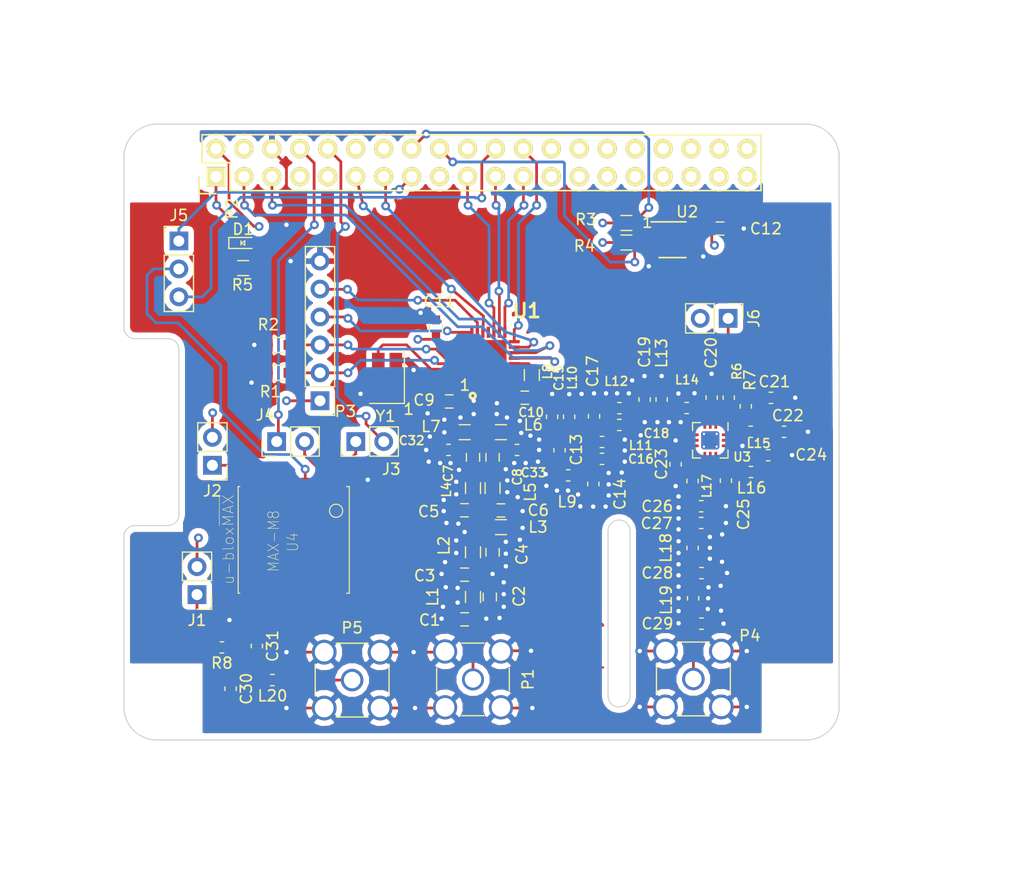
<source format=kicad_pcb>
(kicad_pcb (version 20171130) (host pcbnew 5.0.1-33cea8e~67~ubuntu18.04.1)
  (title_block (title "AX5043 Raspberry Pi HAT") (date 2018-03-24) (rev V1.3) (company "Brandenburg Tech, LLC"))
  (layers (0 F.Cu signal) (1 In1.Cu signal) (2 In2.Cu signal) (31 B.Cu signal) (34 B.Paste user) (35 F.Paste user) (36 B.SilkS user) (37 F.SilkS user) (38 B.Mask user) (39 F.Mask user) (44 Edge.Cuts user))
  (net 0 "")
  (net 1 GND)
  (net 2 "Net-(C1-Pad1)")
  (net 3 "Net-(C2-Pad1)")
  (net 4 "Net-(C4-Pad1)")
  (net 5 "Net-(C7-Pad2)")
  (net 6 "Net-(C8-Pad2)")
  (net 7 "Net-(C9-Pad1)")
  (net 8 "Net-(C10-Pad1)")
  (net 9 +3V3)
  (net 10 "Net-(L8-Pad1)")
  (net 11 "Net-(L8-Pad2)")
  (net 12 AX5043_DATA)
  (net 13 AX5043_DCLK)
  (net 14 AX5043_IRQ)
  (net 15 AX5043_SYSCLK)
  (net 16 I2C_SDA)
  (net 17 I2C_SCL)
  (net 18 AX5043_MOSI)
  (net 19 AX5043_MISO)
  (net 20 AX5043_CLK)
  (net 21 AX5043_SEL)
  (net 22 AX5043_GPADC2)
  (net 23 AX5043_GPADC1)
  (net 24 "Net-(P3-Pad4)")
  (net 25 "Net-(P3-Pad5)")
  (net 26 "Net-(U1-Pad27)")
  (net 27 "Net-(U1-Pad28)")
  (net 28 "Net-(D1-Pad1)")
  (net 29 +5V)
  (net 30 "Net-(P2-Pad4)")
  (net 31 /GPIO4)
  (net 32 "Net-(P2-Pad9)")
  (net 33 /GPIO18)
  (net 34 "Net-(P2-Pad14)")
  (net 35 "Net-(P2-Pad17)")
  (net 36 "Net-(P2-Pad20)")
  (net 37 "Net-(P2-Pad25)")
  (net 38 "/GPIO7(CE1)")
  (net 39 "Net-(U1-Pad8)")
  (net 40 "Net-(U1-Pad18)")
  (net 41 "Net-(U1-Pad22)")
  (net 42 "Net-(U1-Pad24)")
  (net 43 "Net-(U2-Pad3)")
  (net 44 "Net-(C5-Pad2)")
  (net 45 "Net-(C32-Pad1)")
  (net 46 "Net-(C33-Pad2)")
  (net 47 "Net-(C13-Pad2)")
  (net 48 AX5043_ANTP1)
  (net 49 "Net-(C14-Pad1)")
  (net 50 "Net-(C16-Pad1)")
  (net 51 "Net-(C18-Pad1)")
  (net 52 "Net-(C20-Pad1)")
  (net 53 "Net-(C23-Pad2)")
  (net 54 "Net-(C25-Pad2)")
  (net 55 "Net-(C26-Pad1)")
  (net 56 "Net-(C28-Pad2)")
  (net 57 "Net-(C29-Pad2)")
  (net 58 "Net-(C30-Pad1)")
  (net 59 "Net-(C31-Pad2)")
  (net 60 "Net-(C31-Pad1)")
  (net 61 "Net-(J1-Pad1)")
  (net 62 "Net-(J2-Pad1)")
  (net 63 "Net-(J3-Pad1)")
  (net 64 RXD)
  (net 65 "Net-(J4-Pad2)")
  (net 66 TXD)
  (net 67 BCM22)
  (net 68 "Net-(J5-Pad2)")
  (net 69 BCM25)
  (net 70 "Net-(L14-Pad2)")
  (net 71 "Net-(L15-Pad2)")
  (net 72 "Net-(L17-Pad1)")
  (net 73 "Net-(R6-Pad2)")
  (net 74 "Net-(R7-Pad2)")
  (net 75 "Net-(U4-Pad13_LNA_EN)")
  (net 76 "Net-(U4-Pad14_VCC_RF)")
  (net 77 "Net-(U4-Pad16_SDA)")
  (net 78 "Net-(U4-Pad17_SCL)")
  (net 79 "Net-(U4-Pad18_SAFEBOOT_N)")
  (net 80 "Net-(U4-Pad5_EXTINT)")
  (module AX5043-1-TA05:QFN50P500X500X95-29N (layer F.Cu) (at 77.0255 59.8805 90)
    (fp_text reference U1 (at 4.318 3.4925 180) (layer F.SilkS) (effects (font (size 1.27 1.27) (thickness 0.254))))
    (fp_text value AX5043 hide)
    (fp_text user 1 (at -2.4511 -2.1336 180) (layer F.SilkS))
    (pad 29a smd rect (at 0 -1.0795 90) (size 0.9 0.9) (layers F.Cu F.Paste))
    (pad 29 smd rect (at 0 0 90) (size 3.3 3.3) (layers F.Cu F.Mask) (net 1 GND))
    (pad 28 smd rect (at -1.5 -2.35 90) (size 0.3 1) (layers F.Cu F.Paste F.Mask) (net 27 "Net-(U1-Pad28)"))
    (pad 27 smd rect (at -1 -2.35 90) (size 0.3 1) (layers F.Cu F.Paste F.Mask) (net 26 "Net-(U1-Pad27)"))
    (pad 26 smd rect (at -0.5 -2.35 90) (size 0.3 1) (layers F.Cu F.Paste F.Mask) (net 22 AX5043_GPADC2))
    (pad 25 smd rect (at 0 -2.35 90) (size 0.3 1) (layers F.Cu F.Paste F.Mask) (net 23 AX5043_GPADC1))
    (pad 24 smd rect (at 0.5 -2.35 90) (size 0.3 1) (layers F.Cu F.Paste F.Mask) (net 42 "Net-(U1-Pad24)"))
    (pad 23 smd rect (at 1 -2.35 90) (size 0.3 1) (layers F.Cu F.Paste F.Mask) (net 9 +3V3))
    (pad 22 smd rect (at 1.5 -2.35 90) (size 0.3 1) (layers F.Cu F.Paste F.Mask) (net 41 "Net-(U1-Pad22)"))
    (pad 21 smd rect (at 2.35 -1.5 180) (size 0.3 1) (layers F.Cu F.Paste F.Mask) (net 24 "Net-(P3-Pad4)"))
    (pad 20 smd rect (at 2.35 -1 180) (size 0.3 1) (layers F.Cu F.Paste F.Mask) (net 25 "Net-(P3-Pad5)"))
    (pad 19 smd rect (at 2.35 -0.5 180) (size 0.3 1) (layers F.Cu F.Paste F.Mask) (net 14 AX5043_IRQ))
    (pad 18 smd rect (at 2.35 0 180) (size 0.3 1) (layers F.Cu F.Paste F.Mask) (net 40 "Net-(U1-Pad18)"))
    (pad 17 smd rect (at 2.35 0.5 180) (size 0.3 1) (layers F.Cu F.Paste F.Mask) (net 18 AX5043_MOSI))
    (pad 16 smd rect (at 2.35 1 180) (size 0.3 1) (layers F.Cu F.Paste F.Mask) (net 19 AX5043_MISO))
    (pad 15 smd rect (at 2.35 1.5 180) (size 0.3 1) (layers F.Cu F.Paste F.Mask) (net 20 AX5043_CLK))
    (pad 14 smd rect (at 1.5 2.35 90) (size 0.3 1) (layers F.Cu F.Paste F.Mask) (net 21 AX5043_SEL))
    (pad 13 smd rect (at 1 2.35 90) (size 0.3 1) (layers F.Cu F.Paste F.Mask) (net 15 AX5043_SYSCLK))
    (pad 12 smd rect (at 0.5 2.35 90) (size 0.3 1) (layers F.Cu F.Paste F.Mask) (net 13 AX5043_DCLK))
    (pad 11 smd rect (at 0 2.35 90) (size 0.3 1) (layers F.Cu F.Paste F.Mask) (net 12 AX5043_DATA))
    (pad 10 smd rect (at -0.5 2.35 90) (size 0.3 1) (layers F.Cu F.Paste F.Mask) (net 10 "Net-(L8-Pad1)"))
    (pad 9 smd rect (at -1 2.35 90) (size 0.3 1) (layers F.Cu F.Paste F.Mask) (net 11 "Net-(L8-Pad2)"))
    (pad 8 smd rect (at -1.5 2.35 90) (size 0.3 1) (layers F.Cu F.Paste F.Mask) (net 39 "Net-(U1-Pad8)"))
    (pad 7 smd rect (at -2.35 1.5 180) (size 0.3 1) (layers F.Cu F.Paste F.Mask) (net 8 "Net-(C10-Pad1)"))
    (pad 6 smd rect (at -2.35 1 180) (size 0.3 1) (layers F.Cu F.Paste F.Mask) (net 1 GND))
    (pad 5 smd rect (at -2.35 0.5 180) (size 0.3 1) (layers F.Cu F.Paste F.Mask) (net 48 AX5043_ANTP1))
    (pad 4 smd rect (at -2.35 0 180) (size 0.3 1) (layers F.Cu F.Paste F.Mask) (net 46 "Net-(C33-Pad2)"))
    (pad 3 smd rect (at -2.35 -0.5 180) (size 0.3 1) (layers F.Cu F.Paste F.Mask) (net 45 "Net-(C32-Pad1)"))
    (pad 2 smd rect (at -2.35 -1 180) (size 0.3 1) (layers F.Cu F.Paste F.Mask) (net 1 GND))
    (pad 1 smd rect (at -2.35 -1.5 180) (size 0.3 1) (layers F.Cu F.Paste F.Mask) (net 7 "Net-(C9-Pad1)"))
    (pad 29a smd rect (at -1.0795 -1.0795 90) (size 0.9 0.9) (layers F.Cu F.Paste))
    (pad 29a smd rect (at 1.0795 -1.0795 90) (size 0.9 0.9) (layers F.Cu F.Paste))
    (pad 29a smd rect (at 0 1.0795 90) (size 0.9 0.9) (layers F.Cu F.Paste))
    (pad 29a smd rect (at -1.0795 1.0795 90) (size 0.9 0.9) (layers F.Cu F.Paste))
    (pad 29a smd rect (at 1.0795 1.0795 90) (size 0.9 0.9) (layers F.Cu F.Paste))
    (pad 29a smd rect (at -1.0795 0 90) (size 0.9 0.9) (layers F.Cu F.Paste))
    (pad 29a smd rect (at 1.0795 0 90) (size 0.9 0.9) (layers F.Cu F.Paste))
    (pad 29a smd rect (at 0 0 90) (size 0.9 0.9) (layers F.Cu F.Paste))
  )
  (module LEDs:LED_0603 (layer F.Cu) (at 54.737 49.403)
    (fp_text reference D1 (at 0 -1.25) (layer F.SilkS))
    (fp_text value LED)
    (pad 2 smd rect (at 0.8 0 180) (size 0.8 0.8) (layers F.Cu F.Paste F.Mask) (net 9 +3V3))
    (pad 1 smd rect (at -0.8 0 180) (size 0.8 0.8) (layers F.Cu F.Paste F.Mask) (net 28 "Net-(D1-Pad1)"))
  )
  (module ECX42:Crystal_SMD_ECX42-4pin_4.0x2.5mm (layer F.Cu) (at 67.818 61.595 90)
    (fp_text reference Y1 (at -3.556 -0.127 180) (layer F.SilkS))
    (fp_text value 16M)
    (fp_text user 1 (at -2.921 1.9685 180) (layer F.SilkS))
    (pad 1 smd rect (at -1.5 0.8 90) (size 1.4 1.15) (layers F.Cu F.Paste F.Mask) (net 27 "Net-(U1-Pad28)"))
    (pad 2 smd rect (at 1.5 0.8 90) (size 1.4 1.15) (layers F.Cu F.Paste F.Mask) (net 1 GND))
    (pad 3 smd rect (at 1.5 -0.8 90) (size 1.4 1.15) (layers F.Cu F.Paste F.Mask) (net 26 "Net-(U1-Pad27)"))
    (pad 4 smd rect (at -1.5 -0.8 90) (size 1.4 1.15) (layers F.Cu F.Paste F.Mask) (net 1 GND))
  )
  (module Housings_DFN_QFN:DFN-8-1EP_3x3mm_Pitch0.65mm (layer F.Cu) (at 93.761211 49.107868)
    (fp_text reference U2 (at 1.3335 -2.54) (layer F.SilkS))
    (fp_text value MAX31725)
    (fp_text user 1 (at -2.286 -1.5875) (layer F.SilkS))
    (pad 1 smd rect (at -1.55 -0.975) (size 0.65 0.35) (layers F.Cu F.Paste F.Mask) (net 16 I2C_SDA))
    (pad 2 smd rect (at -1.55 -0.325) (size 0.65 0.35) (layers F.Cu F.Paste F.Mask) (net 17 I2C_SCL))
    (pad 3 smd rect (at -1.55 0.325) (size 0.65 0.35) (layers F.Cu F.Paste F.Mask) (net 43 "Net-(U2-Pad3)"))
    (pad 4 smd rect (at -1.55 0.975) (size 0.65 0.35) (layers F.Cu F.Paste F.Mask) (net 1 GND))
    (pad 5 smd rect (at 1.55 0.975) (size 0.65 0.35) (layers F.Cu F.Paste F.Mask) (net 1 GND))
    (pad 6 smd rect (at 1.55 0.325) (size 0.65 0.35) (layers F.Cu F.Paste F.Mask) (net 1 GND))
    (pad 7 smd rect (at 1.55 -0.325) (size 0.65 0.35) (layers F.Cu F.Paste F.Mask) (net 1 GND))
    (pad 8 smd rect (at 1.55 -0.975) (size 0.65 0.35) (layers F.Cu F.Paste F.Mask) (net 9 +3V3))
    (pad 9 smd rect (at 0.3875 0.6) (size 0.775 1.2) (layers F.Cu F.Paste F.Mask) (net 1 GND))
    (pad 9 smd rect (at 0.3875 -0.6) (size 0.775 1.2) (layers F.Cu F.Paste F.Mask) (net 1 GND))
    (pad 9 smd rect (at -0.3875 0.6) (size 0.775 1.2) (layers F.Cu F.Paste F.Mask) (net 1 GND))
    (pad 9 smd rect (at -0.3875 -0.6) (size 0.775 1.2) (layers F.Cu F.Paste F.Mask) (net 1 GND))
  )
  (module RPi_Hat:Pin_Header_Straight_2x20 (layer F.Cu) (at 76.4 42.1 90)
    (fp_text reference P2 (at -4.1915 -22.679 90) (layer F.SilkS))
    (fp_text value CONN_13X2)
    (pad 1 thru_hole rect (at -1.27 -24.13 90) (size 1.7272 1.7272) (drill 1.016) (layers *.Cu *.Mask F.SilkS) (net 9 +3V3))
    (pad 2 thru_hole oval (at 1.27 -24.13 90) (size 1.7272 1.7272) (drill 1.016) (layers *.Cu *.Mask F.SilkS) (net 29 +5V))
    (pad 3 thru_hole oval (at -1.27 -21.59 90) (size 1.7272 1.7272) (drill 1.016) (layers *.Cu *.Mask F.SilkS) (net 12 AX5043_DATA))
    (pad 4 thru_hole oval (at 1.27 -21.59 90) (size 1.7272 1.7272) (drill 1.016) (layers *.Cu *.Mask F.SilkS) (net 30 "Net-(P2-Pad4)"))
    (pad 5 thru_hole oval (at -1.27 -19.05 90) (size 1.7272 1.7272) (drill 1.016) (layers *.Cu *.Mask F.SilkS) (net 13 AX5043_DCLK))
    (pad 6 thru_hole oval (at 1.27 -19.05 90) (size 1.7272 1.7272) (drill 1.016) (layers *.Cu *.Mask F.SilkS) (net 1 GND))
    (pad 7 thru_hole oval (at -1.27 -16.51 90) (size 1.7272 1.7272) (drill 1.016) (layers *.Cu *.Mask F.SilkS) (net 31 /GPIO4))
    (pad 8 thru_hole oval (at 1.27 -16.51 90) (size 1.7272 1.7272) (drill 1.016) (layers *.Cu *.Mask F.SilkS) (net 66 TXD))
    (pad 9 thru_hole oval (at -1.27 -13.97 90) (size 1.7272 1.7272) (drill 1.016) (layers *.Cu *.Mask F.SilkS) (net 32 "Net-(P2-Pad9)"))
    (pad 10 thru_hole oval (at 1.27 -13.97 90) (size 1.7272 1.7272) (drill 1.016) (layers *.Cu *.Mask F.SilkS) (net 64 RXD))
    (pad 11 thru_hole oval (at -1.27 -11.43 90) (size 1.7272 1.7272) (drill 1.016) (layers *.Cu *.Mask F.SilkS) (net 14 AX5043_IRQ))
    (pad 12 thru_hole oval (at 1.27 -11.43 90) (size 1.7272 1.7272) (drill 1.016) (layers *.Cu *.Mask F.SilkS) (net 33 /GPIO18))
    (pad 13 thru_hole oval (at -1.27 -8.89 90) (size 1.7272 1.7272) (drill 1.016) (layers *.Cu *.Mask F.SilkS) (net 15 AX5043_SYSCLK))
    (pad 14 thru_hole oval (at 1.27 -8.89 90) (size 1.7272 1.7272) (drill 1.016) (layers *.Cu *.Mask F.SilkS) (net 34 "Net-(P2-Pad14)"))
    (pad 15 thru_hole oval (at -1.27 -6.35 90) (size 1.7272 1.7272) (drill 1.016) (layers *.Cu *.Mask F.SilkS) (net 67 BCM22))
    (pad 16 thru_hole oval (at 1.27 -6.35 90) (size 1.7272 1.7272) (drill 1.016) (layers *.Cu *.Mask F.SilkS) (net 16 I2C_SDA))
    (pad 17 thru_hole oval (at -1.27 -3.81 90) (size 1.7272 1.7272) (drill 1.016) (layers *.Cu *.Mask F.SilkS) (net 35 "Net-(P2-Pad17)"))
    (pad 18 thru_hole oval (at 1.27 -3.81 90) (size 1.7272 1.7272) (drill 1.016) (layers *.Cu *.Mask F.SilkS) (net 17 I2C_SCL))
    (pad 19 thru_hole oval (at -1.27 -1.27 90) (size 1.7272 1.7272) (drill 1.016) (layers *.Cu *.Mask F.SilkS) (net 18 AX5043_MOSI))
    (pad 20 thru_hole oval (at 1.27 -1.27 90) (size 1.7272 1.7272) (drill 1.016) (layers *.Cu *.Mask F.SilkS) (net 36 "Net-(P2-Pad20)"))
    (pad 21 thru_hole oval (at -1.27 1.27 90) (size 1.7272 1.7272) (drill 1.016) (layers *.Cu *.Mask F.SilkS) (net 19 AX5043_MISO))
    (pad 22 thru_hole oval (at 1.27 1.27 90) (size 1.7272 1.7272) (drill 1.016) (layers *.Cu *.Mask F.SilkS) (net 69 BCM25))
    (pad 23 thru_hole oval (at -1.27 3.81 90) (size 1.7272 1.7272) (drill 1.016) (layers *.Cu *.Mask F.SilkS) (net 20 AX5043_CLK))
    (pad 24 thru_hole oval (at 1.27 3.81 90) (size 1.7272 1.7272) (drill 1.016) (layers *.Cu *.Mask F.SilkS) (net 21 AX5043_SEL))
    (pad 25 thru_hole oval (at -1.27 6.35 90) (size 1.7272 1.7272) (drill 1.016) (layers *.Cu *.Mask F.SilkS) (net 37 "Net-(P2-Pad25)"))
    (pad 26 thru_hole oval (at 1.27 6.35 90) (size 1.7272 1.7272) (drill 1.016) (layers *.Cu *.Mask F.SilkS) (net 38 "/GPIO7(CE1)"))
    (pad 27 thru_hole oval (at -1.27 8.89 90) (size 1.7272 1.7272) (drill 1.016) (layers *.Cu *.Mask F.SilkS))
    (pad 28 thru_hole oval (at 1.27 8.89 90) (size 1.7272 1.7272) (drill 1.016) (layers *.Cu *.Mask F.SilkS))
    (pad 29 thru_hole oval (at -1.27 11.43 90) (size 1.7272 1.7272) (drill 1.016) (layers *.Cu *.Mask F.SilkS))
    (pad 30 thru_hole oval (at 1.27 11.43 90) (size 1.7272 1.7272) (drill 1.016) (layers *.Cu *.Mask F.SilkS))
    (pad 31 thru_hole oval (at -1.27 13.97 90) (size 1.7272 1.7272) (drill 1.016) (layers *.Cu *.Mask F.SilkS))
    (pad 32 thru_hole oval (at 1.27 13.97 90) (size 1.7272 1.7272) (drill 1.016) (layers *.Cu *.Mask F.SilkS))
    (pad 33 thru_hole oval (at -1.27 16.51 90) (size 1.7272 1.7272) (drill 1.016) (layers *.Cu *.Mask F.SilkS))
    (pad 34 thru_hole oval (at 1.27 16.51 90) (size 1.7272 1.7272) (drill 1.016) (layers *.Cu *.Mask F.SilkS))
    (pad 35 thru_hole oval (at -1.27 19.05 90) (size 1.7272 1.7272) (drill 1.016) (layers *.Cu *.Mask F.SilkS))
    (pad 36 thru_hole oval (at 1.27 19.05 90) (size 1.7272 1.7272) (drill 1.016) (layers *.Cu *.Mask F.SilkS))
    (pad 37 thru_hole oval (at -1.27 21.59 90) (size 1.7272 1.7272) (drill 1.016) (layers *.Cu *.Mask F.SilkS))
    (pad 38 thru_hole oval (at 1.27 21.59 90) (size 1.7272 1.7272) (drill 1.016) (layers *.Cu *.Mask F.SilkS))
    (pad 39 thru_hole oval (at -1.27 24.13 90) (size 1.7272 1.7272) (drill 1.016) (layers *.Cu *.Mask F.SilkS))
    (pad 40 thru_hole oval (at 1.27 24.13 90) (size 1.7272 1.7272) (drill 1.016) (layers *.Cu *.Mask F.SilkS))
  )
  (module RPi_Hat:RPi_Hat_Mounting_Hole (layer F.Cu) (at 105.4 42.1)
    (fp_text reference "" hide)
    (fp_text value "" hide)
    (pad "" np_thru_hole circle (at 0 0) (size 2.75 2.75) (drill 2.75) (layers *.Cu *.Mask) (clearance 1.725))
  )
  (module RPi_Hat:RPi_Hat_Mounting_Hole (layer F.Cu) (at 105.4 91.1)
    (fp_text reference "" hide)
    (fp_text value "" hide)
    (pad "" np_thru_hole circle (at 0 0) (size 2.75 2.75) (drill 2.75) (layers *.Cu *.Mask) (clearance 1.725))
  )
  (module RPi_Hat:RPi_Hat_Mounting_Hole (layer F.Cu) (at 47.4 91.1)
    (fp_text reference "" hide)
    (fp_text value "" hide)
    (pad "" np_thru_hole circle (at 0 0) (size 2.75 2.75) (drill 2.75) (layers *.Cu *.Mask) (clearance 1.725))
  )
  (module RPi_Hat:RPi_Hat_Mounting_Hole (layer F.Cu) (at 47.4 42.1)
    (fp_text reference "" hide)
    (fp_text value "" hide)
    (pad "" np_thru_hole circle (at 0 0) (size 2.75 2.75) (drill 2.75) (layers *.Cu *.Mask) (clearance 1.725))
  )
  (module Capacitors_SMD:C_0603 (layer F.Cu) (at 74.8665 83.6295 180)
    (fp_text reference C1 (at 3.175 -0.0635) (layer F.SilkS))
    (fp_text value DNP)
    (pad 2 smd rect (at 0.75 0 180) (size 0.8 0.75) (layers F.Cu F.Paste F.Mask) (net 1 GND))
    (pad 1 smd rect (at -0.75 0 180) (size 0.8 0.75) (layers F.Cu F.Paste F.Mask) (net 2 "Net-(C1-Pad1)"))
  )
  (module Capacitors_SMD:C_0603 (layer F.Cu) (at 77.1525 81.5975 270)
    (fp_text reference C2 (at -0.0635 -2.667 270) (layer F.SilkS))
    (fp_text value DNP)
    (pad 2 smd rect (at 0.75 0 270) (size 0.8 0.75) (layers F.Cu F.Paste F.Mask) (net 2 "Net-(C1-Pad1)"))
    (pad 1 smd rect (at -0.75 0 270) (size 0.8 0.75) (layers F.Cu F.Paste F.Mask) (net 3 "Net-(C2-Pad1)"))
  )
  (module Capacitors_SMD:C_0603 (layer F.Cu) (at 74.8665 79.5655 180)
    (fp_text reference C3 (at 3.6322 -0.0889) (layer F.SilkS))
    (fp_text value DNP)
    (pad 2 smd rect (at 0.75 0 180) (size 0.8 0.75) (layers F.Cu F.Paste F.Mask) (net 1 GND))
    (pad 1 smd rect (at -0.75 0 180) (size 0.8 0.75) (layers F.Cu F.Paste F.Mask) (net 3 "Net-(C2-Pad1)"))
  )
  (module Capacitors_SMD:C_0603 (layer F.Cu) (at 77.4065 77.5335 270)
    (fp_text reference C4 (at 0.1905 -2.667 270) (layer F.SilkS))
    (fp_text value 5p1)
    (pad 2 smd rect (at 0.75 0 270) (size 0.8 0.75) (layers F.Cu F.Paste F.Mask) (net 3 "Net-(C2-Pad1)"))
    (pad 1 smd rect (at -0.75 0 270) (size 0.8 0.75) (layers F.Cu F.Paste F.Mask) (net 4 "Net-(C4-Pad1)"))
  )
  (module Capacitors_SMD:C_0603 (layer F.Cu) (at 74.8538 73.7108)
    (fp_text reference C5 (at -3.2512 0.1143 180) (layer F.SilkS))
    (fp_text value 11p)
    (pad 2 smd rect (at 0.75 0) (size 0.8 0.75) (layers F.Cu F.Paste F.Mask) (net 44 "Net-(C5-Pad2)"))
    (pad 1 smd rect (at -0.75 0) (size 0.8 0.75) (layers F.Cu F.Paste F.Mask) (net 1 GND))
  )
  (module Capacitors_SMD:C_0603 (layer F.Cu) (at 78.1685 73.7235)
    (fp_text reference C6 (at 3.3909 -0.0127 180) (layer F.SilkS))
    (fp_text value 5p6)
    (pad 2 smd rect (at 0.75 0) (size 0.8 0.75) (layers F.Cu F.Paste F.Mask) (net 1 GND))
    (pad 1 smd rect (at -0.75 0) (size 0.8 0.75) (layers F.Cu F.Paste F.Mask) (net 4 "Net-(C4-Pad1)"))
  )
  (module Capacitors_SMD:C_0603 (layer F.Cu) (at 75.6285 68.8975 270)
    (fp_text reference C7 (at 1.4605 2.2479 90) (layer F.SilkS) (effects (font (size 0.8 0.8))))
    (fp_text value 4p3)
    (pad 2 smd rect (at 0.75 0 270) (size 0.8 0.75) (layers F.Cu F.Paste F.Mask) (net 5 "Net-(C7-Pad2)"))
    (pad 1 smd rect (at -0.75 0 270) (size 0.8 0.75) (layers F.Cu F.Paste F.Mask) (net 45 "Net-(C32-Pad1)"))
  )
  (module Capacitors_SMD:C_0603 (layer F.Cu) (at 77.4065 68.8975 270)
    (fp_text reference C8 (at 1.78562 -2.2479 90) (layer F.SilkS) (effects (font (size 0.8 0.8))))
    (fp_text value 4p3)
    (pad 2 smd rect (at 0.75 0 270) (size 0.8 0.75) (layers F.Cu F.Paste F.Mask) (net 6 "Net-(C8-Pad2)"))
    (pad 1 smd rect (at -0.75 0 270) (size 0.8 0.75) (layers F.Cu F.Paste F.Mask) (net 46 "Net-(C33-Pad2)"))
  )
  (module Capacitors_SMD:C_0603 (layer F.Cu) (at 73.4695 63.8175 180)
    (fp_text reference C9 (at 2.286 0.127) (layer F.SilkS))
    (fp_text value 10n)
    (pad 2 smd rect (at 0.75 0 180) (size 0.8 0.75) (layers F.Cu F.Paste F.Mask) (net 1 GND))
    (pad 1 smd rect (at -0.75 0 180) (size 0.8 0.75) (layers F.Cu F.Paste F.Mask) (net 7 "Net-(C9-Pad1)"))
  )
  (module Capacitors_SMD:C_0603 (layer F.Cu) (at 80.3402 63.4746)
    (fp_text reference C10 (at 0.5715 1.3335 180) (layer F.SilkS) (effects (font (size 0.8 0.8))))
    (fp_text value 10n)
    (pad 2 smd rect (at 0.75 0) (size 0.8 0.75) (layers F.Cu F.Paste F.Mask) (net 1 GND))
    (pad 1 smd rect (at -0.75 0) (size 0.8 0.75) (layers F.Cu F.Paste F.Mask) (net 8 "Net-(C10-Pad1)"))
  )
  (module Capacitors_SMD:C_0603 (layer F.Cu) (at 72.263 57.15 90)
    (fp_text reference C11 (at 2.413 0.3175 180) (layer F.SilkS))
    (fp_text value 10n)
    (pad 2 smd rect (at 0.75 0 90) (size 0.8 0.75) (layers F.Cu F.Paste F.Mask) (net 1 GND))
    (pad 1 smd rect (at -0.75 0 90) (size 0.8 0.75) (layers F.Cu F.Paste F.Mask) (net 9 +3V3))
  )
  (module Capacitors_SMD:C_0603 (layer F.Cu) (at 98.079211 48.091868)
    (fp_text reference C12 (at 4.168489 0.015732 -180) (layer F.SilkS))
    (fp_text value 100n)
    (pad 2 smd rect (at 0.75 0) (size 0.8 0.75) (layers F.Cu F.Paste F.Mask) (net 1 GND))
    (pad 1 smd rect (at -0.75 0) (size 0.8 0.75) (layers F.Cu F.Paste F.Mask) (net 9 +3V3))
  )
  (module Inductors_SMD:L_0603 (layer F.Cu) (at 75.6285 81.5975 270)
    (fp_text reference L1 (at -0.0254 3.6703 270) (layer F.SilkS))
    (fp_text value 0R)
    (pad 1 smd rect (at -0.75 0 270) (size 0.5 0.9) (layers F.Cu F.Paste F.Mask) (net 3 "Net-(C2-Pad1)"))
    (pad 2 smd rect (at 0.75 0 270) (size 0.5 0.9) (layers F.Cu F.Paste F.Mask) (net 2 "Net-(C1-Pad1)"))
  )
  (module Inductors_SMD:L_0603 (layer F.Cu) (at 75.6285 77.5335 270)
    (fp_text reference L2 (at -0.6096 2.6416 270) (layer F.SilkS))
    (fp_text value 27n)
    (pad 1 smd rect (at -0.75 0 270) (size 0.5 0.9) (layers F.Cu F.Paste F.Mask) (net 44 "Net-(C5-Pad2)"))
    (pad 2 smd rect (at 0.75 0 270) (size 0.5 0.9) (layers F.Cu F.Paste F.Mask) (net 3 "Net-(C2-Pad1)"))
  )
  (module Inductors_SMD:L_0603 (layer F.Cu) (at 78.1685 75.2475 180)
    (fp_text reference L3 (at -3.3655 0.0127) (layer F.SilkS))
    (fp_text value 27n)
    (pad 1 smd rect (at -0.75 0 180) (size 0.5 0.9) (layers F.Cu F.Paste F.Mask) (net 1 GND))
    (pad 2 smd rect (at 0.75 0 180) (size 0.5 0.9) (layers F.Cu F.Paste F.Mask) (net 4 "Net-(C4-Pad1)"))
  )
  (module Inductors_SMD:L_0603 (layer F.Cu) (at 75.6285 71.6915 270)
    (fp_text reference L4 (at 0.1524 2.413 90) (layer F.SilkS) (effects (font (size 0.8 0.8))))
    (fp_text value 43n)
    (pad 1 smd rect (at -0.75 0 270) (size 0.5 0.9) (layers F.Cu F.Paste F.Mask) (net 5 "Net-(C7-Pad2)"))
    (pad 2 smd rect (at 0.75 0 270) (size 0.5 0.9) (layers F.Cu F.Paste F.Mask) (net 44 "Net-(C5-Pad2)"))
  )
  (module Inductors_SMD:L_0603 (layer F.Cu) (at 77.4065 71.6915 270)
    (fp_text reference L5 (at 0.3683 -3.4163 270) (layer F.SilkS))
    (fp_text value 43n)
    (pad 1 smd rect (at -0.75 0 270) (size 0.5 0.9) (layers F.Cu F.Paste F.Mask) (net 6 "Net-(C8-Pad2)"))
    (pad 2 smd rect (at 0.75 0 270) (size 0.5 0.9) (layers F.Cu F.Paste F.Mask) (net 4 "Net-(C4-Pad1)"))
  )
  (module Inductors_SMD:L_0603 (layer F.Cu) (at 78.1685 66.6115 180)
    (fp_text reference L6 (at -2.9337 0.6731) (layer F.SilkS))
    (fp_text value 100n)
    (pad 1 smd rect (at -0.75 0 180) (size 0.5 0.9) (layers F.Cu F.Paste F.Mask) (net 1 GND))
    (pad 2 smd rect (at 0.75 0 180) (size 0.5 0.9) (layers F.Cu F.Paste F.Mask) (net 46 "Net-(C33-Pad2)"))
  )
  (module Inductors_SMD:L_0603 (layer F.Cu) (at 74.8665 66.6115 180)
    (fp_text reference L7 (at 3.0607 0.5207) (layer F.SilkS))
    (fp_text value 100n)
    (pad 1 smd rect (at -0.75 0 180) (size 0.5 0.9) (layers F.Cu F.Paste F.Mask) (net 45 "Net-(C32-Pad1)"))
    (pad 2 smd rect (at 0.75 0 180) (size 0.5 0.9) (layers F.Cu F.Paste F.Mask) (net 1 GND))
  )
  (module Inductors_SMD:L_0603 (layer F.Cu) (at 80.9752 61.4172 270)
    (fp_text reference L8 (at -0.3175 -1.4224 90) (layer F.SilkS) (effects (font (size 0.8 0.8))))
    (fp_text value 0R)
    (pad 1 smd rect (at -0.75 0 270) (size 0.5 0.9) (layers F.Cu F.Paste F.Mask) (net 10 "Net-(L8-Pad1)"))
    (pad 2 smd rect (at 0.75 0 270) (size 0.5 0.9) (layers F.Cu F.Paste F.Mask) (net 11 "Net-(L8-Pad2)"))
  )
  (module Connectors:SMA_THT_Jack_Straight (layer F.Cu) (at 75.6285 89.0905 270)
    (fp_text reference P1 (at 0 -5 270) (layer F.SilkS))
    (fp_text value SMA)
    (pad 2 thru_hole circle (at -2.54 2.54 270) (size 2.2 2.2) (drill 1.7) (layers *.Cu *.Mask) (net 1 GND))
    (pad 2 thru_hole circle (at -2.54 -2.54 270) (size 2.2 2.2) (drill 1.7) (layers *.Cu *.Mask) (net 1 GND))
    (pad 2 thru_hole circle (at 2.54 -2.54 270) (size 2.2 2.2) (drill 1.7) (layers *.Cu *.Mask) (net 1 GND))
    (pad 2 thru_hole circle (at 2.54 2.54 270) (size 2.2 2.2) (drill 1.7) (layers *.Cu *.Mask) (net 1 GND))
    (pad 1 thru_hole circle (at 0 0 270) (size 2 2) (drill 1.5) (layers *.Cu *.Mask) (net 2 "Net-(C1-Pad1)"))
  )
  (module Pin_Headers:Pin_Header_Straight_1x06_Pitch2.54mm (layer F.Cu) (at 61.722 63.754 180)
    (fp_text reference P3 (at -2.3114 -0.9652 180) (layer F.SilkS))
    (fp_text value CONN_01X06)
    (pad 1 thru_hole rect (at 0 0 180) (size 1.7 1.7) (drill 1) (layers *.Cu *.Mask) (net 9 +3V3))
    (pad 2 thru_hole oval (at 0 2.54 180) (size 1.7 1.7) (drill 1) (layers *.Cu *.Mask) (net 22 AX5043_GPADC2))
    (pad 3 thru_hole oval (at 0 5.08 180) (size 1.7 1.7) (drill 1) (layers *.Cu *.Mask) (net 23 AX5043_GPADC1))
    (pad 4 thru_hole oval (at 0 7.62 180) (size 1.7 1.7) (drill 1) (layers *.Cu *.Mask) (net 24 "Net-(P3-Pad4)"))
    (pad 5 thru_hole oval (at 0 10.16 180) (size 1.7 1.7) (drill 1) (layers *.Cu *.Mask) (net 25 "Net-(P3-Pad5)"))
    (pad 6 thru_hole oval (at 0 12.7 180) (size 1.7 1.7) (drill 1) (layers *.Cu *.Mask) (net 1 GND))
  )
  (module Resistors_SMD:R_0603 (layer F.Cu) (at 57.912 61.214 180)
    (fp_text reference R1 (at 0.6985 -1.7145 180) (layer F.SilkS))
    (fp_text value 0R)
    (pad 1 smd rect (at -0.75 0 180) (size 0.5 0.9) (layers F.Cu F.Paste F.Mask) (net 22 AX5043_GPADC2))
    (pad 2 smd rect (at 0.75 0 180) (size 0.5 0.9) (layers F.Cu F.Paste F.Mask) (net 1 GND))
  )
  (module Resistors_SMD:R_0603 (layer F.Cu) (at 57.912 58.674 180)
    (fp_text reference R2 (at 0.889 1.8415 180) (layer F.SilkS))
    (fp_text value 0R)
    (pad 1 smd rect (at -0.75 0 180) (size 0.5 0.9) (layers F.Cu F.Paste F.Mask) (net 23 AX5043_GPADC1))
    (pad 2 smd rect (at 0.75 0 180) (size 0.5 0.9) (layers F.Cu F.Paste F.Mask) (net 1 GND))
  )
  (module Resistors_SMD:R_0603 (layer F.Cu) (at 89.570211 47.583868)
    (fp_text reference R3 (at -3.683 -0.3175 -180) (layer F.SilkS))
    (fp_text value 4k7)
    (pad 1 smd rect (at -0.75 0) (size 0.5 0.9) (layers F.Cu F.Paste F.Mask) (net 9 +3V3))
    (pad 2 smd rect (at 0.75 0) (size 0.5 0.9) (layers F.Cu F.Paste F.Mask) (net 16 I2C_SDA))
  )
  (module Resistors_SMD:R_0603 (layer F.Cu) (at 89.570211 49.361868)
    (fp_text reference R4 (at -3.81 0.3175 -180) (layer F.SilkS))
    (fp_text value 4k7)
    (pad 1 smd rect (at -0.75 0) (size 0.5 0.9) (layers F.Cu F.Paste F.Mask) (net 9 +3V3))
    (pad 2 smd rect (at 0.75 0) (size 0.5 0.9) (layers F.Cu F.Paste F.Mask) (net 17 I2C_SCL))
  )
  (module Resistors_SMD:R_0603 (layer F.Cu) (at 54.737 51.689)
    (fp_text reference R5 (at -0.0635 1.524) (layer F.SilkS))
    (fp_text value 200)
    (pad 1 smd rect (at -0.75 0) (size 0.5 0.9) (layers F.Cu F.Paste F.Mask) (net 28 "Net-(D1-Pad1)"))
    (pad 2 smd rect (at 0.75 0) (size 0.5 0.9) (layers F.Cu F.Paste F.Mask) (net 1 GND))
  )
  (module Capacitor_SMD:C_0603_1608Metric (layer F.Cu) (at 83.4898 68.2498 270)
    (fp_text reference C13 (at -0.0508 -1.524 270) (layer F.SilkS))
    (fp_text value 4.3p)
    (pad 2 smd roundrect (at 0.7875 0 270) (size 0.875 0.95) (layers F.Cu F.Paste F.Mask) (net 47 "Net-(C13-Pad2)"))
    (pad 1 smd roundrect (at -0.7875 0 270) (size 0.875 0.95) (layers F.Cu F.Paste F.Mask) (net 48 AX5043_ANTP1))
  )
  (module Capacitor_SMD:C_0603_1608Metric (layer F.Cu) (at 86.5632 71.3233 270)
    (fp_text reference C14 (at 0.9143 -2.413 270) (layer F.SilkS))
    (fp_text value 5.6p)
    (pad 1 smd roundrect (at -0.7875 0 270) (size 0.875 0.95) (layers F.Cu F.Paste F.Mask) (net 49 "Net-(C14-Pad1)"))
    (pad 2 smd roundrect (at 0.7875 0 270) (size 0.875 0.95) (layers F.Cu F.Paste F.Mask) (net 1 GND))
  )
  (module Capacitor_SMD:C_0603_1608Metric (layer F.Cu) (at 82.8167 65.2145 270)
    (fp_text reference C15 (at -3.5306 -0.6096 270) (layer F.SilkS) (effects (font (size 0.8 0.8))))
    (fp_text value DNP)
    (pad 1 smd roundrect (at -0.7875 0 270) (size 0.875 0.95) (layers F.Cu F.Paste F.Mask) (net 1 GND))
    (pad 2 smd roundrect (at 0.7875 0 270) (size 0.875 0.95) (layers F.Cu F.Paste F.Mask) (net 48 AX5043_ANTP1))
  )
  (module Capacitor_SMD:C_0603_1608Metric (layer F.Cu) (at 87.3506 69.0372 180)
    (fp_text reference C16 (at -3.5433 -0.0127 180) (layer F.SilkS) (effects (font (size 0.8 0.8))))
    (fp_text value 6.8p)
    (pad 1 smd roundrect (at -0.7875 0 180) (size 0.875 0.95) (layers F.Cu F.Paste F.Mask) (net 50 "Net-(C16-Pad1)"))
    (pad 2 smd roundrect (at 0.7875 0 180) (size 0.875 0.95) (layers F.Cu F.Paste F.Mask) (net 49 "Net-(C14-Pad1)"))
  )
  (module Capacitor_SMD:C_0603_1608Metric (layer F.Cu) (at 86.6267 65.1637 90)
    (fp_text reference C17 (at 4.0894 -0.1397 -90) (layer F.SilkS))
    (fp_text value DNP)
    (pad 2 smd roundrect (at 0.7875 0 90) (size 0.875 0.95) (layers F.Cu F.Paste F.Mask) (net 1 GND))
    (pad 1 smd roundrect (at -0.7875 0 90) (size 0.875 0.95) (layers F.Cu F.Paste F.Mask) (net 50 "Net-(C16-Pad1)"))
  )
  (module Capacitor_SMD:C_0603_1608Metric (layer F.Cu) (at 88.9254 65.9511 180)
    (fp_text reference C18 (at -3.3782 -0.762 180) (layer F.SilkS) (effects (font (size 0.8 0.8))))
    (fp_text value DNP)
    (pad 1 smd roundrect (at -0.7875 0 180) (size 0.875 0.95) (layers F.Cu F.Paste F.Mask) (net 51 "Net-(C18-Pad1)"))
    (pad 2 smd roundrect (at 0.7875 0 180) (size 0.875 0.95) (layers F.Cu F.Paste F.Mask) (net 50 "Net-(C16-Pad1)"))
  )
  (module Capacitor_SMD:C_0603_1608Metric (layer F.Cu) (at 91.2241 63.6397 90)
    (fp_text reference C19 (at 4.318 -0.0127 90) (layer F.SilkS))
    (fp_text value DNP)
    (pad 2 smd roundrect (at 0.7875 0 90) (size 0.875 0.95) (layers F.Cu F.Paste F.Mask) (net 1 GND))
    (pad 1 smd roundrect (at -0.7875 0 90) (size 0.875 0.95) (layers F.Cu F.Paste F.Mask) (net 51 "Net-(C18-Pad1)"))
  )
  (module Capacitor_SMD:C_0603_1608Metric (layer F.Cu) (at 97.3201 63.4619 90)
    (fp_text reference C20 (at 4.064 -0.0635 90) (layer F.SilkS))
    (fp_text value 100p)
    (pad 1 smd roundrect (at -0.7875 0 90) (size 0.875 0.95) (layers F.Cu F.Paste F.Mask) (net 52 "Net-(C20-Pad1)"))
    (pad 2 smd roundrect (at 0.7875 0 90) (size 0.875 0.95) (layers F.Cu F.Paste F.Mask) (net 1 GND))
  )
  (module Capacitor_SMD:C_0603_1608Metric (layer F.Cu) (at 102.7049 63.4873)
    (fp_text reference C21 (at 0.3175 -1.4732) (layer F.SilkS))
    (fp_text value 1u)
    (pad 2 smd roundrect (at 0.7875 0) (size 0.875 0.95) (layers F.Cu F.Paste F.Mask) (net 1 GND))
    (pad 1 smd roundrect (at -0.7875 0) (size 0.875 0.95) (layers F.Cu F.Paste F.Mask) (net 52 "Net-(C20-Pad1)"))
  )
  (module Capacitor_SMD:C_0603_1608Metric (layer F.Cu) (at 103.8987 66.5734 180)
    (fp_text reference C22 (at -0.3429 1.4732 180) (layer F.SilkS))
    (fp_text value 1u)
    (pad 1 smd roundrect (at -0.7875 0 180) (size 0.875 0.95) (layers F.Cu F.Paste F.Mask) (net 1 GND))
    (pad 2 smd roundrect (at 0.7875 0 180) (size 0.875 0.95) (layers F.Cu F.Paste F.Mask) (net 52 "Net-(C20-Pad1)"))
  )
  (module Capacitor_SMD:C_0603_1608Metric (layer F.Cu) (at 94.0435 69.5325 90)
    (fp_text reference C23 (at 0.0255 -1.2954 90) (layer F.SilkS))
    (fp_text value 470p)
    (pad 2 smd roundrect (at 0.7875 0 90) (size 0.875 0.95) (layers F.Cu F.Paste F.Mask) (net 53 "Net-(C23-Pad2)"))
    (pad 1 smd roundrect (at -0.7875 0 90) (size 0.875 0.95) (layers F.Cu F.Paste F.Mask) (net 1 GND))
  )
  (module Capacitor_SMD:C_0603_1608Metric (layer F.Cu) (at 102.4509 68.707 180)
    (fp_text reference C24 (at -3.9116 0.0381 180) (layer F.SilkS))
    (fp_text value 4.7u)
    (pad 2 smd roundrect (at 0.7875 0 180) (size 0.875 0.95) (layers F.Cu F.Paste F.Mask) (net 52 "Net-(C20-Pad1)"))
    (pad 1 smd roundrect (at -0.7875 0 180) (size 0.875 0.95) (layers F.Cu F.Paste F.Mask) (net 1 GND))
  )
  (module Capacitor_SMD:C_0603_1608Metric (layer F.Cu) (at 98.6155 71.0184 90)
    (fp_text reference C25 (at -3.0607 1.6002 270) (layer F.SilkS))
    (fp_text value 3.9p)
    (pad 1 smd roundrect (at -0.7875 0 90) (size 0.875 0.95) (layers F.Cu F.Paste F.Mask) (net 1 GND))
    (pad 2 smd roundrect (at 0.7875 0 90) (size 0.875 0.95) (layers F.Cu F.Paste F.Mask) (net 54 "Net-(C25-Pad2)"))
  )
  (module Capacitor_SMD:C_0603_1608Metric (layer F.Cu) (at 96.3676 73.3425)
    (fp_text reference C26 (at -4.0005 0.0127) (layer F.SilkS))
    (fp_text value 10p)
    (pad 2 smd roundrect (at 0.7875 0) (size 0.875 0.95) (layers F.Cu F.Paste F.Mask) (net 1 GND))
    (pad 1 smd roundrect (at -0.7875 0) (size 0.875 0.95) (layers F.Cu F.Paste F.Mask) (net 55 "Net-(C26-Pad1)"))
  )
  (module Capacitor_SMD:C_0603_1608Metric (layer F.Cu) (at 96.3676 74.8665 180)
    (fp_text reference C27 (at 4.0513 -0.0381 180) (layer F.SilkS))
    (fp_text value 3.3p)
    (pad 1 smd roundrect (at -0.7875 0 180) (size 0.875 0.95) (layers F.Cu F.Paste F.Mask) (net 1 GND))
    (pad 2 smd roundrect (at 0.7875 0 180) (size 0.875 0.95) (layers F.Cu F.Paste F.Mask) (net 55 "Net-(C26-Pad1)"))
  )
  (module Capacitor_SMD:C_0603_1608Metric (layer F.Cu) (at 96.393 79.4258 180)
    (fp_text reference C28 (at 4.0132 0.0127 180) (layer F.SilkS))
    (fp_text value 11p)
    (pad 2 smd roundrect (at 0.7875 0 180) (size 0.875 0.95) (layers F.Cu F.Paste F.Mask) (net 56 "Net-(C28-Pad2)"))
    (pad 1 smd roundrect (at -0.7875 0 180) (size 0.875 0.95) (layers F.Cu F.Paste F.Mask) (net 1 GND))
  )
  (module Capacitor_SMD:C_0603_1608Metric (layer F.Cu) (at 96.393 84.0232 180)
    (fp_text reference C29 (at 4.0005 0 180) (layer F.SilkS))
    (fp_text value 3.3p)
    (pad 1 smd roundrect (at -0.7875 0 180) (size 0.875 0.95) (layers F.Cu F.Paste F.Mask) (net 1 GND))
    (pad 2 smd roundrect (at 0.7875 0 180) (size 0.875 0.95) (layers F.Cu F.Paste F.Mask) (net 57 "Net-(C29-Pad2)"))
  )
  (module Capacitor_SMD:C_0603_1608Metric (layer F.Cu) (at 53.594 89.9414 270)
    (fp_text reference C30 (at 0 -1.43 270) (layer F.SilkS))
    (fp_text value 10n)
    (pad 1 smd roundrect (at -0.7875 0 270) (size 0.875 0.95) (layers F.Cu F.Paste F.Mask) (net 58 "Net-(C30-Pad1)"))
    (pad 2 smd roundrect (at 0.7875 0 270) (size 0.875 0.95) (layers F.Cu F.Paste F.Mask) (net 1 GND))
  )
  (module Capacitor_SMD:C_0603_1608Metric (layer F.Cu) (at 55.9816 86.0552 270)
    (fp_text reference C31 (at 0 -1.43 270) (layer F.SilkS))
    (fp_text value 47p)
    (pad 2 smd roundrect (at 0.7875 0 270) (size 0.875 0.95) (layers F.Cu F.Paste F.Mask) (net 59 "Net-(C31-Pad2)"))
    (pad 1 smd roundrect (at -0.7875 0 270) (size 0.875 0.95) (layers F.Cu F.Paste F.Mask) (net 60 "Net-(C31-Pad1)"))
  )
  (module Capacitor_SMD:C_0603_1608Metric (layer F.Cu) (at 73.406 68.2244 180)
    (fp_text reference C32 (at 3.3528 0.8509) (layer F.SilkS) (effects (font (size 0.8 0.8))))
    (fp_text value NP)
    (pad 2 smd roundrect (at 0.7875 0 180) (size 0.875 0.95) (layers F.Cu F.Paste F.Mask) (net 1 GND))
    (pad 1 smd roundrect (at -0.7875 0 180) (size 0.875 0.95) (layers F.Cu F.Paste F.Mask) (net 45 "Net-(C32-Pad1)"))
  )
  (module Capacitor_SMD:C_0603_1608Metric (layer F.Cu) (at 79.629 68.2244 180)
    (fp_text reference C33 (at -1.50368 -2.06756) (layer F.SilkS) (effects (font (size 0.8 0.8))))
    (fp_text value NP)
    (pad 1 smd roundrect (at -0.7875 0 180) (size 0.875 0.95) (layers F.Cu F.Paste F.Mask) (net 1 GND))
    (pad 2 smd roundrect (at 0.7875 0 180) (size 0.875 0.95) (layers F.Cu F.Paste F.Mask) (net 46 "Net-(C33-Pad2)"))
  )
  (module Connector_PinHeader_2.54mm:PinHeader_1x02_P2.54mm_Vertical (layer F.Cu) (at 50.546 81.3816 180)
    (fp_text reference J1 (at 0 -2.33 180) (layer F.SilkS))
    (fp_text value Conn_01x02_Male)
    (pad 1 thru_hole rect (at 0 0 180) (size 1.7 1.7) (drill 1) (layers *.Cu *.Mask) (net 61 "Net-(J1-Pad1)"))
    (pad 2 thru_hole oval (at 0 2.54 180) (size 1.7 1.7) (drill 1) (layers *.Cu *.Mask) (net 9 +3V3))
  )
  (module Connector_PinHeader_2.54mm:PinHeader_1x02_P2.54mm_Vertical (layer F.Cu) (at 51.943 69.6214 180)
    (fp_text reference J2 (at 0 -2.33 180) (layer F.SilkS))
    (fp_text value Conn_01x02_Male)
    (pad 2 thru_hole oval (at 0 2.54 180) (size 1.7 1.7) (drill 1) (layers *.Cu *.Mask) (net 9 +3V3))
    (pad 1 thru_hole rect (at 0 0 180) (size 1.7 1.7) (drill 1) (layers *.Cu *.Mask) (net 62 "Net-(J2-Pad1)"))
  )
  (module Connector_PinHeader_2.54mm:PinHeader_1x02_P2.54mm_Vertical (layer F.Cu) (at 64.9732 67.4624 90)
    (fp_text reference J3 (at -2.5146 3.2258 180) (layer F.SilkS))
    (fp_text value Conn_01x02_Male)
    (pad 1 thru_hole rect (at 0 0 90) (size 1.7 1.7) (drill 1) (layers *.Cu *.Mask) (net 63 "Net-(J3-Pad1)"))
    (pad 2 thru_hole oval (at 0 2.54 90) (size 1.7 1.7) (drill 1) (layers *.Cu *.Mask) (net 64 RXD))
  )
  (module Connector_PinHeader_2.54mm:PinHeader_1x02_P2.54mm_Vertical (layer F.Cu) (at 57.785 67.4624 90)
    (fp_text reference J4 (at 2.413 -1.0414 180) (layer F.SilkS))
    (fp_text value Conn_01x02_Male)
    (pad 2 thru_hole oval (at 0 2.54 90) (size 1.7 1.7) (drill 1) (layers *.Cu *.Mask) (net 65 "Net-(J4-Pad2)"))
    (pad 1 thru_hole rect (at 0 0 90) (size 1.7 1.7) (drill 1) (layers *.Cu *.Mask) (net 66 TXD))
  )
  (module Connector_PinHeader_2.54mm:PinHeader_1x03_P2.54mm_Vertical (layer F.Cu) (at 48.895 49.2252)
    (fp_text reference J5 (at 0 -2.33) (layer F.SilkS))
    (fp_text value Conn_01x03_Male)
    (pad 1 thru_hole rect (at 0 0) (size 1.7 1.7) (drill 1) (layers *.Cu *.Mask) (net 67 BCM22))
    (pad 2 thru_hole oval (at 0 2.54) (size 1.7 1.7) (drill 1) (layers *.Cu *.Mask) (net 68 "Net-(J5-Pad2)"))
    (pad 3 thru_hole oval (at 0 5.08) (size 1.7 1.7) (drill 1) (layers *.Cu *.Mask) (net 69 BCM25))
  )
  (module Connector_PinHeader_2.54mm:PinHeader_1x02_P2.54mm_Vertical (layer F.Cu) (at 98.8187 56.261 270)
    (fp_text reference J6 (at 0 -2.33 270) (layer F.SilkS))
    (fp_text value Conn_01x02_Male)
    (pad 1 thru_hole rect (at 0 0 270) (size 1.7 1.7) (drill 1) (layers *.Cu *.Mask) (net 52 "Net-(C20-Pad1)"))
    (pad 2 thru_hole oval (at 0 2.54 270) (size 1.7 1.7) (drill 1) (layers *.Cu *.Mask) (net 29 +5V))
  )
  (module Inductor_SMD:L_0603_1608Metric (layer F.Cu) (at 84.2772 70.5358)
    (fp_text reference L9 (at -0.1016 2.4003) (layer F.SilkS))
    (fp_text value 43n)
    (pad 2 smd roundrect (at 0.7875 0) (size 0.875 0.95) (layers F.Cu F.Paste F.Mask) (net 49 "Net-(C14-Pad1)"))
    (pad 1 smd roundrect (at -0.7875 0) (size 0.875 0.95) (layers F.Cu F.Paste F.Mask) (net 47 "Net-(C13-Pad2)"))
  )
  (module Inductor_SMD:L_0603_1608Metric (layer F.Cu) (at 84.3661 65.2145 90)
    (fp_text reference L10 (at 3.556 0.2794 90) (layer F.SilkS) (effects (font (size 0.8 0.8))))
    (fp_text value 100n)
    (pad 1 smd roundrect (at -0.7875 0 90) (size 0.875 0.95) (layers F.Cu F.Paste F.Mask) (net 48 AX5043_ANTP1))
    (pad 2 smd roundrect (at 0.7875 0 90) (size 0.875 0.95) (layers F.Cu F.Paste F.Mask) (net 1 GND))
  )
  (module Inductor_SMD:L_0603_1608Metric (layer F.Cu) (at 87.3506 67.5005)
    (fp_text reference L11 (at 3.5306 0.3048) (layer F.SilkS) (effects (font (size 0.8 0.8))))
    (fp_text value 4.7n)
    (pad 2 smd roundrect (at 0.7875 0) (size 0.875 0.95) (layers F.Cu F.Paste F.Mask) (net 50 "Net-(C16-Pad1)"))
    (pad 1 smd roundrect (at -0.7875 0) (size 0.875 0.95) (layers F.Cu F.Paste F.Mask) (net 49 "Net-(C14-Pad1)"))
  )
  (module Inductor_SMD:L_0603_1608Metric (layer F.Cu) (at 88.9381 64.4271)
    (fp_text reference L12 (at -0.2921 -2.4511) (layer F.SilkS) (effects (font (size 0.8 0.8))))
    (fp_text value 0R)
    (pad 2 smd roundrect (at 0.7875 0) (size 0.875 0.95) (layers F.Cu F.Paste F.Mask) (net 51 "Net-(C18-Pad1)"))
    (pad 1 smd roundrect (at -0.7875 0) (size 0.875 0.95) (layers F.Cu F.Paste F.Mask) (net 50 "Net-(C16-Pad1)"))
  )
  (module Inductor_SMD:L_0603_1608Metric (layer F.Cu) (at 92.7735 63.6397 90)
    (fp_text reference L13 (at 4.2164 -0.0127 90) (layer F.SilkS))
    (fp_text value 18n)
    (pad 2 smd roundrect (at 0.7875 0 90) (size 0.875 0.95) (layers F.Cu F.Paste F.Mask) (net 1 GND))
    (pad 1 smd roundrect (at -0.7875 0 90) (size 0.875 0.95) (layers F.Cu F.Paste F.Mask) (net 51 "Net-(C18-Pad1)"))
  )
  (module Inductor_SMD:L_0603_1608Metric (layer F.Cu) (at 95.0468 64.4144)
    (fp_text reference L14 (at 0.0254 -2.5654) (layer F.SilkS) (effects (font (size 0.8 0.8))))
    (fp_text value 1.2n)
    (pad 1 smd roundrect (at -0.7875 0) (size 0.875 0.95) (layers F.Cu F.Paste F.Mask) (net 51 "Net-(C18-Pad1)"))
    (pad 2 smd roundrect (at 0.7875 0) (size 0.875 0.95) (layers F.Cu F.Paste F.Mask) (net 70 "Net-(L14-Pad2)"))
  )
  (module Inductor_SMD:L_0603_1608Metric (layer F.Cu) (at 100.8634 66.5734 180)
    (fp_text reference L15 (at -0.7239 -1.0541 180) (layer F.SilkS) (effects (font (size 0.8 0.8))))
    (fp_text value 12n)
    (pad 1 smd roundrect (at -0.7875 0 180) (size 0.875 0.95) (layers F.Cu F.Paste F.Mask) (net 52 "Net-(C20-Pad1)"))
    (pad 2 smd roundrect (at 0.7875 0 180) (size 0.875 0.95) (layers F.Cu F.Paste F.Mask) (net 71 "Net-(L15-Pad2)"))
  )
  (module Inductor_SMD:L_0603_1608Metric (layer F.Cu) (at 100.8888 70.231 180)
    (fp_text reference L16 (at -0.0508 -1.4351 180) (layer F.SilkS))
    (fp_text value 3.9n)
    (pad 1 smd roundrect (at -0.7875 0 180) (size 0.875 0.95) (layers F.Cu F.Paste F.Mask) (net 52 "Net-(C20-Pad1)"))
    (pad 2 smd roundrect (at 0.7875 0 180) (size 0.875 0.95) (layers F.Cu F.Paste F.Mask) (net 54 "Net-(C25-Pad2)"))
  )
  (module Inductor_SMD:L_0603_1608Metric (layer F.Cu) (at 95.5802 71.0565 270)
    (fp_text reference L17 (at 0.4572 -1.2954 270) (layer F.SilkS) (effects (font (size 0.8 0.8))))
    (fp_text value 12n)
    (pad 1 smd roundrect (at -0.7875 0 270) (size 0.875 0.95) (layers F.Cu F.Paste F.Mask) (net 72 "Net-(L17-Pad1)"))
    (pad 2 smd roundrect (at 0.7875 0 270) (size 0.875 0.95) (layers F.Cu F.Paste F.Mask) (net 55 "Net-(C26-Pad1)"))
  )
  (module Inductor_SMD:L_0603_1608Metric (layer F.Cu) (at 95.5802 77.1398 90)
    (fp_text reference L18 (at 0.0127 -2.4257 90) (layer F.SilkS))
    (fp_text value 22n)
    (pad 1 smd roundrect (at -0.7875 0 90) (size 0.875 0.95) (layers F.Cu F.Paste F.Mask) (net 56 "Net-(C28-Pad2)"))
    (pad 2 smd roundrect (at 0.7875 0 90) (size 0.875 0.95) (layers F.Cu F.Paste F.Mask) (net 55 "Net-(C26-Pad1)"))
  )
  (module Inductor_SMD:L_0603_1608Metric (layer F.Cu) (at 95.631 81.7118 90)
    (fp_text reference L19 (at -0.1651 -2.4511 90) (layer F.SilkS))
    (fp_text value 22n)
    (pad 2 smd roundrect (at 0.7875 0 90) (size 0.875 0.95) (layers F.Cu F.Paste F.Mask) (net 56 "Net-(C28-Pad2)"))
    (pad 1 smd roundrect (at -0.7875 0 90) (size 0.875 0.95) (layers F.Cu F.Paste F.Mask) (net 57 "Net-(C29-Pad2)"))
  )
  (module Inductor_SMD:L_0603_1608Metric (layer F.Cu) (at 57.404 89.154 180)
    (fp_text reference L20 (at 0 -1.43 180) (layer F.SilkS))
    (fp_text value 27n)
    (pad 2 smd roundrect (at 0.7875 0 180) (size 0.875 0.95) (layers F.Cu F.Paste F.Mask) (net 58 "Net-(C30-Pad1)"))
    (pad 1 smd roundrect (at -0.7875 0 180) (size 0.875 0.95) (layers F.Cu F.Paste F.Mask) (net 59 "Net-(C31-Pad2)"))
  )
  (module Connector_Coaxial:SMA_Amphenol_901-144_Vertical (layer F.Cu) (at 95.6564 89.0524)
    (fp_text reference P4 (at 5.1308 -3.937) (layer F.SilkS))
    (fp_text value SMA)
    (pad 1 thru_hole circle (at 0 0) (size 2.05 2.05) (drill 1.5) (layers *.Cu *.Mask) (net 57 "Net-(C29-Pad2)"))
    (pad 2 thru_hole circle (at 2.54 2.54) (size 2.25 2.25) (drill 1.7) (layers *.Cu *.Mask) (net 1 GND))
    (pad 2 thru_hole circle (at 2.54 -2.54) (size 2.25 2.25) (drill 1.7) (layers *.Cu *.Mask) (net 1 GND))
    (pad 2 thru_hole circle (at -2.54 -2.54) (size 2.25 2.25) (drill 1.7) (layers *.Cu *.Mask) (net 1 GND))
    (pad 2 thru_hole circle (at -2.54 2.54) (size 2.25 2.25) (drill 1.7) (layers *.Cu *.Mask) (net 1 GND))
  )
  (module Connector_Coaxial:SMA_Amphenol_901-144_Vertical (layer F.Cu) (at 64.643 89.154)
    (fp_text reference P5 (at 0 -4.75) (layer F.SilkS))
    (fp_text value SMA)
    (pad 2 thru_hole circle (at -2.54 2.54) (size 2.25 2.25) (drill 1.7) (layers *.Cu *.Mask) (net 1 GND))
    (pad 2 thru_hole circle (at -2.54 -2.54) (size 2.25 2.25) (drill 1.7) (layers *.Cu *.Mask) (net 1 GND))
    (pad 2 thru_hole circle (at 2.54 -2.54) (size 2.25 2.25) (drill 1.7) (layers *.Cu *.Mask) (net 1 GND))
    (pad 2 thru_hole circle (at 2.54 2.54) (size 2.25 2.25) (drill 1.7) (layers *.Cu *.Mask) (net 1 GND))
    (pad 1 thru_hole circle (at 0 0) (size 2.05 2.05) (drill 1.5) (layers *.Cu *.Mask) (net 59 "Net-(C31-Pad2)"))
  )
  (module Resistor_SMD:R_0603_1608Metric (layer F.Cu) (at 98.8695 63.4745 270)
    (fp_text reference R6 (at -2.4002 -0.7366 90) (layer F.SilkS) (effects (font (size 0.8 0.8))))
    (fp_text value 330)
    (pad 1 smd roundrect (at -0.7875 0 270) (size 0.875 0.95) (layers F.Cu F.Paste F.Mask) (net 52 "Net-(C20-Pad1)"))
    (pad 2 smd roundrect (at 0.7875 0 270) (size 0.875 0.95) (layers F.Cu F.Paste F.Mask) (net 73 "Net-(R6-Pad2)"))
  )
  (module Resistor_SMD:R_0603_1608Metric (layer F.Cu) (at 100.4189 64.262 270)
    (fp_text reference R7 (at -2.3876 -0.3683 270) (layer F.SilkS))
    (fp_text value 1.5k)
    (pad 2 smd roundrect (at 0.7875 0 270) (size 0.875 0.95) (layers F.Cu F.Paste F.Mask) (net 74 "Net-(R7-Pad2)"))
    (pad 1 smd roundrect (at -0.7875 0 270) (size 0.875 0.95) (layers F.Cu F.Paste F.Mask) (net 52 "Net-(C20-Pad1)"))
  )
  (module Resistor_SMD:R_0603_1608Metric (layer F.Cu) (at 52.8066 86.1822 180)
    (fp_text reference R8 (at 0 -1.43 180) (layer F.SilkS))
    (fp_text value 10)
    (pad 1 smd roundrect (at -0.7875 0 180) (size 0.875 0.95) (layers F.Cu F.Paste F.Mask) (net 58 "Net-(C30-Pad1)"))
    (pad 2 smd roundrect (at 0.7875 0 180) (size 0.875 0.95) (layers F.Cu F.Paste F.Mask) (net 61 "Net-(J1-Pad1)"))
  )
  (module Package_DFN_QFN:QFN-12-1EP_3x3mm_P0.5mm_EP1.65x1.65mm_ThermalVias (layer F.Cu) (at 97.1931 67.3481 270)
    (fp_text reference U3 (at 1.5113 -2.8956) (layer F.SilkS) (effects (font (size 0.8 0.8))))
    (fp_text value MMZ09312BT1)
    (pad 13 smd roundrect (at 0 0 270) (size 1.65 1.65) (layers F.Cu F.Mask) (roundrect_rratio 0.152) (net 1 GND))
    (pad 13 thru_hole circle (at -0.575 -0.575 270) (size 0.5 0.5) (drill 0.2) (layers *.Cu) (net 1 GND))
    (pad 13 thru_hole circle (at 0.575 -0.575 270) (size 0.5 0.5) (drill 0.2) (layers *.Cu) (net 1 GND))
    (pad 13 thru_hole circle (at -0.575 0.575 270) (size 0.5 0.5) (drill 0.2) (layers *.Cu) (net 1 GND))
    (pad 13 thru_hole circle (at 0.575 0.575 270) (size 0.5 0.5) (drill 0.2) (layers *.Cu) (net 1 GND))
    (pad 13 smd roundrect (at 0 0 270) (size 1.65 1.65) (layers B.Cu) (roundrect_rratio 0.151515))
    (pad 1 smd roundrect (at -1.4625 -0.5 270) (size 0.825 0.25) (layers F.Cu F.Paste F.Mask) (net 73 "Net-(R6-Pad2)"))
    (pad 2 smd roundrect (at -1.4625 0 270) (size 0.825 0.25) (layers F.Cu F.Paste F.Mask) (net 52 "Net-(C20-Pad1)"))
    (pad 3 smd roundrect (at -1.4625 0.5 270) (size 0.825 0.25) (layers F.Cu F.Paste F.Mask) (net 70 "Net-(L14-Pad2)"))
    (pad 4 smd roundrect (at -0.5 1.4625 270) (size 0.25 0.825) (layers F.Cu F.Paste F.Mask) (net 1 GND))
    (pad 5 smd roundrect (at 0 1.4625 270) (size 0.25 0.825) (layers F.Cu F.Paste F.Mask) (net 1 GND))
    (pad 6 smd roundrect (at 0.5 1.4625 270) (size 0.25 0.825) (layers F.Cu F.Paste F.Mask) (net 53 "Net-(C23-Pad2)"))
    (pad 7 smd roundrect (at 1.4625 0.5 270) (size 0.825 0.25) (layers F.Cu F.Paste F.Mask) (net 72 "Net-(L17-Pad1)"))
    (pad 8 smd roundrect (at 1.4625 0 270) (size 0.825 0.25) (layers F.Cu F.Paste F.Mask) (net 72 "Net-(L17-Pad1)"))
    (pad 9 smd roundrect (at 1.4625 -0.5 270) (size 0.825 0.25) (layers F.Cu F.Paste F.Mask) (net 54 "Net-(C25-Pad2)"))
    (pad 10 smd roundrect (at 0.5 -1.4625 270) (size 0.25 0.825) (layers F.Cu F.Paste F.Mask) (net 1 GND))
    (pad 11 smd roundrect (at 0 -1.4625 270) (size 0.25 0.825) (layers F.Cu F.Paste F.Mask) (net 71 "Net-(L15-Pad2)"))
    (pad 12 smd roundrect (at -0.5 -1.4625 270) (size 0.25 0.825) (layers F.Cu F.Paste F.Mask) (net 74 "Net-(R7-Pad2)"))
  )
  (module MAX-M8:MAX-M8 (layer F.Cu) (at 59.2328 76.6064 90)
    (fp_text reference U4 (at 0 0 90) (layer F.SilkS) (effects (font (size 1 0.9) (thickness 0.05))))
    (fp_text value MAX-M8 (at 0.0889 -1.7272 90) (layer F.SilkS) (effects (font (size 1 0.9) (thickness 0.05))))
    (fp_text user u-blox~MAX (at 0.2286 -5.842 90) (layer F.SilkS) (effects (font (thickness 0.05))))
    (pad 11_RF_IN smd rect (at -4.55 -3.25 90) (size 1.8 0.8) (layers F.Cu F.Paste F.Mask) (net 60 "Net-(C31-Pad1)"))
    (pad 12_GND smd rect (at -4.55 -2.15 90) (size 1.8 0.8) (layers F.Cu F.Paste F.Mask) (net 1 GND))
    (pad 13_LNA_EN smd rect (at -4.55 -1.05 90) (size 1.8 0.8) (layers F.Cu F.Paste F.Mask) (net 75 "Net-(U4-Pad13_LNA_EN)"))
    (pad 14_VCC_RF smd rect (at -4.55 0.05 90) (size 1.8 0.8) (layers F.Cu F.Paste F.Mask) (net 76 "Net-(U4-Pad14_VCC_RF)"))
    (pad 15_V_ANT/RESERVED smd rect (at -4.55 1.15 90) (size 1.8 0.8) (layers F.Cu F.Paste F.Mask) (net 1 GND))
    (pad 16_SDA smd rect (at -4.55 2.25 90) (size 1.8 0.8) (layers F.Cu F.Paste F.Mask) (net 77 "Net-(U4-Pad16_SDA)"))
    (pad 17_SCL smd rect (at -4.55 3.35 90) (size 1.8 0.8) (layers F.Cu F.Paste F.Mask) (net 78 "Net-(U4-Pad17_SCL)"))
    (pad 18_SAFEBOOT_N smd rect (at -4.55 4.4 90) (size 1.8 0.7) (layers F.Cu F.Paste F.Mask) (net 79 "Net-(U4-Pad18_SAFEBOOT_N)"))
    (pad 10_GND smd rect (at -4.55 -4.3 90) (size 1.8 0.7) (layers F.Cu F.Paste F.Mask) (net 1 GND))
    (pad 8_VCC smd rect (at 4.95 -3.25 90) (size 1.8 0.8) (layers F.Cu F.Paste F.Mask) (net 62 "Net-(J2-Pad1)"))
    (pad 7_VCC_IO smd rect (at 4.95 -2.15 90) (size 1.8 0.8) (layers F.Cu F.Paste F.Mask) (net 62 "Net-(J2-Pad1)"))
    (pad 6_V_BCKP smd rect (at 4.95 -1.05 90) (size 1.8 0.8) (layers F.Cu F.Paste F.Mask) (net 62 "Net-(J2-Pad1)"))
    (pad 5_EXTINT smd rect (at 4.95 0.05 90) (size 1.8 0.8) (layers F.Cu F.Paste F.Mask) (net 80 "Net-(U4-Pad5_EXTINT)"))
    (pad 4_TIMEPULSE smd rect (at 4.95 1.15 90) (size 1.8 0.8) (layers F.Cu F.Paste F.Mask) (net 68 "Net-(J5-Pad2)"))
    (pad 3_RXD smd rect (at 4.95 2.25 90) (size 1.8 0.8) (layers F.Cu F.Paste F.Mask) (net 65 "Net-(J4-Pad2)"))
    (pad 2_TXD smd rect (at 4.95 3.35 90) (size 1.8 0.8) (layers F.Cu F.Paste F.Mask) (net 63 "Net-(J3-Pad1)"))
    (pad 1_GND smd rect (at 4.95 4.4 90) (size 1.8 0.7) (layers F.Cu F.Paste F.Mask) (net 1 GND))
    (pad 9_RESET_N smd rect (at 4.95 -4.3 90) (size 1.8 0.7) (layers F.Cu F.Paste F.Mask) (net 62 "Net-(J2-Pad1)"))
  )
  (gr_text "V2.0    SN: _____________" (at 106.7308 55.88 90) (layer F.Cu) (effects (font (size 1 1) (thickness 0.2))))
  (gr_text "Brandenburg Tech, LLC.\nAX 5043\nRaspberry Pi Board" (at 85.0519 83.6041 90) (layer F.Cu) (effects (font (size 1 1) (thickness 0.2))))
  (gr_arc (start 105.9 41.6) (end 105.9 38.6) (angle 90) (layer Edge.Cuts) (width 0.1))
  (gr_line (start 46.9 38.6) (end 105.9 38.6) (angle 90) (layer Edge.Cuts) (width 0.1))
  (gr_arc (start 46.9 41.6) (end 43.9 41.6) (angle 90) (layer Edge.Cuts) (width 0.1))
  (gr_arc (start 88.9 90.6) (end 87.9 90.6) (angle -180) (layer Edge.Cuts) (width 0.1))
  (gr_arc (start 88.9 75.6) (end 87.9 75.6) (angle 180) (layer Edge.Cuts) (width 0.1))
  (gr_line (start 89.9 75.6) (end 89.9 90.6) (angle 90) (layer Edge.Cuts) (width 0.1))
  (gr_line (start 87.9 75.6) (end 87.9 90.6) (angle 90) (layer Edge.Cuts) (width 0.1))
  (gr_arc (start 44.9 76.1) (end 43.9 76.1) (angle 90) (layer Edge.Cuts) (width 0.1))
  (gr_arc (start 47.9 74.1) (end 48.9 74.1) (angle 90) (layer Edge.Cuts) (width 0.1))
  (gr_arc (start 47.9 59.1) (end 47.9 58.1) (angle 90) (layer Edge.Cuts) (width 0.1))
  (gr_arc (start 44.9 57.1) (end 44.9 58.1) (angle 90) (layer Edge.Cuts) (width 0.1))
  (gr_arc (start 105.9 91.6) (end 108.9 91.6) (angle 90) (layer Edge.Cuts) (width 0.1))
  (gr_arc (start 46.9 91.6) (end 46.9 94.6) (angle 90) (layer Edge.Cuts) (width 0.1))
  (gr_line (start 43.9 76.1) (end 43.9 91.6) (layer Edge.Cuts) (width 0.1))
  (gr_line (start 43.9 41.1) (end 43.9 57.1) (layer Edge.Cuts) (width 0.1))
  (gr_line (start 44.9 75.1) (end 47.9 75.1) (layer Edge.Cuts) (width 0.1))
  (gr_line (start 44.9 58.1) (end 47.9 58.1) (layer Edge.Cuts) (width 0.1))
  (gr_line (start 48.9 59.1) (end 48.9 74.1) (layer Edge.Cuts) (width 0.1))
  (gr_line (start 46.9 94.6) (end 105.9 94.6) (angle 90) (layer Edge.Cuts) (width 0.1))
  (gr_line (start 108.9 41.1) (end 108.9 91.6) (angle 90) (layer Edge.Cuts) (width 0.1))
  (via (at 80.01 66.675) (size 0.8) (drill 0.4) (layers F.Cu B.Cu) (net 1))
  (via (at 77.8002 63.9826) (size 0.8) (drill 0.4) (layers F.Cu B.Cu) (net 1))
  (via (at 77.7875 64.9605) (size 0.8) (drill 0.4) (layers F.Cu B.Cu) (net 1))
  (segment (start 55.487 51.689) (end 58.42 51.689) (width 0.25) (layer F.Cu) (net 1))
  (via (at 59.055 51.054) (size 0.8) (drill 0.4) (layers F.Cu B.Cu) (net 1))
  (segment (start 59.055 51.054) (end 61.722 51.054) (width 0.25) (layer F.Cu) (net 1))
  (segment (start 58.42 51.689) (end 59.055 51.054) (width 0.25) (layer F.Cu) (net 1))
  (segment (start 94.148711 48.507868) (end 93.373711 48.507868) (width 0.25) (layer F.Cu) (net 1))
  (segment (start 93.373711 49.707868) (end 93.373711 48.507868) (width 0.25) (layer F.Cu) (net 1))
  (segment (start 93.373711 49.707868) (end 94.148711 49.707868) (width 0.25) (layer F.Cu) (net 1))
  (segment (start 92.211211 50.082868) (end 92.998711 50.082868) (width 0.25) (layer F.Cu) (net 1))
  (segment (start 92.998711 50.082868) (end 93.373711 49.707868) (width 0.25) (layer F.Cu) (net 1))
  (segment (start 74.053 79.502) (end 72.771 79.502) (width 0.25) (layer F.Cu) (net 1))
  (via (at 72.771 79.502) (size 0.8) (drill 0.4) (layers F.Cu B.Cu) (net 1))
  (via (at 72.898 82.4865) (size 0.8) (drill 0.4) (layers F.Cu B.Cu) (net 1))
  (via (at 74.2315 82.1055) (size 0.8) (drill 0.4) (layers F.Cu B.Cu) (net 1))
  (via (at 74.2315 80.772) (size 0.8) (drill 0.4) (layers F.Cu B.Cu) (net 1))
  (via (at 73.152 80.7085) (size 0.8) (drill 0.4) (layers F.Cu B.Cu) (net 1))
  (via (at 73.0885 78.4225) (size 0.8) (drill 0.4) (layers F.Cu B.Cu) (net 1))
  (via (at 74.1045 77.597) (size 0.8) (drill 0.4) (layers F.Cu B.Cu) (net 1))
  (via (at 74.1045 76.454) (size 0.8) (drill 0.4) (layers F.Cu B.Cu) (net 1))
  (via (at 74.8665 75.692) (size 0.8) (drill 0.4) (layers F.Cu B.Cu) (net 1))
  (via (at 74.295 74.93) (size 0.8) (drill 0.4) (layers F.Cu B.Cu) (net 1))
  (via (at 73.2155 74.8665) (size 0.8) (drill 0.4) (layers F.Cu B.Cu) (net 1))
  (via (at 72.9615 72.771) (size 0.8) (drill 0.4) (layers F.Cu B.Cu) (net 1))
  (via (at 74.1045 72.263) (size 0.8) (drill 0.4) (layers F.Cu B.Cu) (net 1))
  (via (at 74.1045 71.12) (size 0.8) (drill 0.4) (layers F.Cu B.Cu) (net 1))
  (via (at 74.3585 70.0405) (size 0.8) (drill 0.4) (layers F.Cu B.Cu) (net 1))
  (segment (start 76.0255 63.4205) (end 75.692 63.754) (width 0.25) (layer F.Cu) (net 1))
  (via (at 75.692 63.754) (size 0.8) (drill 0.4) (layers F.Cu B.Cu) (net 1))
  (segment (start 76.0255 62.2305) (end 76.0255 63.4205) (width 0.25) (layer F.Cu) (net 1))
  (via (at 73.025 65.4685) (size 0.8) (drill 0.4) (layers F.Cu B.Cu) (net 1))
  (via (at 74.4855 65.278) (size 0.8) (drill 0.4) (layers F.Cu B.Cu) (net 1))
  (via (at 75.692 64.9605) (size 0.8) (drill 0.4) (layers F.Cu B.Cu) (net 1))
  (segment (start 78.982 75.311) (end 80.137 75.311) (width 0.25) (layer F.Cu) (net 1))
  (via (at 80.137 75.311) (size 0.8) (drill 0.4) (layers F.Cu B.Cu) (net 1))
  (via (at 76.835 83.566) (size 0.8) (drill 0.4) (layers F.Cu B.Cu) (net 1))
  (via (at 78.0415 83.5025) (size 0.8) (drill 0.4) (layers F.Cu B.Cu) (net 1))
  (via (at 78.4225 82.4865) (size 0.8) (drill 0.4) (layers F.Cu B.Cu) (net 1))
  (via (at 78.4225 81.3435) (size 0.8) (drill 0.4) (layers F.Cu B.Cu) (net 1))
  (via (at 78.4225 80.264) (size 0.8) (drill 0.4) (layers F.Cu B.Cu) (net 1))
  (via (at 77.4065 79.502) (size 0.8) (drill 0.4) (layers F.Cu B.Cu) (net 1))
  (via (at 78.613 78.8035) (size 0.8) (drill 0.4) (layers F.Cu B.Cu) (net 1))
  (via (at 78.613 77.6605) (size 0.8) (drill 0.4) (layers F.Cu B.Cu) (net 1))
  (via (at 78.613 76.581) (size 0.8) (drill 0.4) (layers F.Cu B.Cu) (net 1))
  (via (at 79.883 76.3905) (size 0.8) (drill 0.4) (layers F.Cu B.Cu) (net 1))
  (segment (start 78.982 66.675) (end 80.01 66.675) (width 0.25) (layer F.Cu) (net 1))
  (via (at 79.6925 72.517) (size 0.8) (drill 0.4) (layers F.Cu B.Cu) (net 1))
  (via (at 78.74 72.0725) (size 0.8) (drill 0.4) (layers F.Cu B.Cu) (net 1))
  (via (at 78.74 70.993) (size 0.8) (drill 0.4) (layers F.Cu B.Cu) (net 1))
  (via (at 78.613 69.977) (size 0.8) (drill 0.4) (layers F.Cu B.Cu) (net 1))
  (segment (start 92.211211 50.082868) (end 91.960711 50.082868) (width 0.25) (layer F.Cu) (net 1))
  (segment (start 91.960711 50.082868) (end 91.602211 51.520868) (width 0.25) (layer F.Cu) (net 1))
  (via (at 91.602211 51.520868) (size 0.8) (drill 0.4) (layers F.Cu B.Cu) (net 1))
  (segment (start 72.771 83.566) (end 74.053 83.566) (width 0.25) (layer F.Cu) (net 1))
  (via (at 72.771 83.566) (size 0.8) (drill 0.4) (layers F.Cu B.Cu) (net 1))
  (segment (start 78.0255 62.2305) (end 78.0255 60.8805) (width 0.25) (layer F.Cu) (net 1))
  (segment (start 78.0255 60.8805) (end 77.0255 59.8805) (width 0.25) (layer F.Cu) (net 1))
  (segment (start 76.0255 62.2305) (end 76.0255 60.8805) (width 0.25) (layer F.Cu) (net 1))
  (segment (start 76.0255 60.8805) (end 77.0255 59.8805) (width 0.25) (layer F.Cu) (net 1))
  (segment (start 57.35 40.83) (end 57.35 40.967) (width 0.25) (layer F.Cu) (net 1))
  (segment (start 57.35 40.967) (end 58.674 42.291) (width 0.25) (layer F.Cu) (net 1))
  (segment (start 58.674 42.291) (end 58.674 47.752) (width 0.25) (layer F.Cu) (net 1))
  (via (at 58.674 47.752) (size 0.8) (drill 0.4) (layers F.Cu B.Cu) (net 1))
  (segment (start 57.162 58.674) (end 55.753 58.674) (width 0.25) (layer F.Cu) (net 1))
  (via (at 55.753 58.674) (size 0.8) (drill 0.4) (layers F.Cu B.Cu) (net 1))
  (segment (start 57.162 61.214) (end 56.388 61.214) (width 0.25) (layer F.Cu) (net 1))
  (via (at 55.499 62.103) (size 0.8) (drill 0.4) (layers F.Cu B.Cu) (net 1))
  (segment (start 56.388 61.214) (end 55.499 62.103) (width 0.25) (layer F.Cu) (net 1))
  (segment (start 72.263 56.4) (end 71.616 55.753) (width 0.25) (layer F.Cu) (net 1))
  (via (at 70.866 55.753) (size 0.8) (drill 0.4) (layers F.Cu B.Cu) (net 1))
  (segment (start 71.616 55.753) (end 70.866 55.753) (width 0.25) (layer F.Cu) (net 1))
  (segment (start 67.018 63.095) (end 65.429 63.095) (width 0.25) (layer F.Cu) (net 1))
  (via (at 65.405 63.119) (size 0.8) (drill 0.4) (layers F.Cu B.Cu) (net 1))
  (segment (start 65.429 63.095) (end 65.405 63.119) (width 0.25) (layer F.Cu) (net 1))
  (segment (start 68.618 60.095) (end 69.366 60.095) (width 0.25) (layer F.Cu) (net 1))
  (via (at 70.231 60.96) (size 0.8) (drill 0.4) (layers F.Cu B.Cu) (net 1))
  (segment (start 69.366 60.095) (end 70.231 60.96) (width 0.25) (layer F.Cu) (net 1))
  (segment (start 72.7195 63.8175) (end 72.5805 63.8175) (width 0.25) (layer F.Cu) (net 1))
  (segment (start 72.5805 63.8175) (end 71.501 64.897) (width 0.25) (layer F.Cu) (net 1))
  (via (at 71.501 64.897) (size 0.8) (drill 0.4) (layers F.Cu B.Cu) (net 1))
  (segment (start 96.342211 50.082868) (end 96.342211 50.418868) (width 0.25) (layer F.Cu) (net 1))
  (via (at 96.555211 50.631868) (size 0.8) (drill 0.4) (layers F.Cu B.Cu) (net 1))
  (segment (start 96.342211 50.418868) (end 96.555211 50.631868) (width 0.25) (layer F.Cu) (net 1))
  (segment (start 95.311211 49.432868) (end 96.499211 49.432868) (width 0.25) (layer F.Cu) (net 1))
  (segment (start 96.499211 49.432868) (end 96.555211 49.488868) (width 0.25) (layer F.Cu) (net 1))
  (segment (start 96.555211 49.488868) (end 96.555211 49.869868) (width 0.25) (layer F.Cu) (net 1))
  (segment (start 96.555211 49.869868) (end 96.342211 50.082868) (width 0.25) (layer F.Cu) (net 1))
  (segment (start 96.342211 50.082868) (end 95.311211 50.082868) (width 0.25) (layer F.Cu) (net 1))
  (segment (start 95.311211 48.782868) (end 95.849211 48.782868) (width 0.25) (layer F.Cu) (net 1))
  (segment (start 95.849211 48.782868) (end 96.555211 49.488868) (width 0.25) (layer F.Cu) (net 1))
  (segment (start 98.829211 48.091868) (end 100.238211 48.091868) (width 0.25) (layer F.Cu) (net 1))
  (via (at 100.238211 48.091868) (size 0.8) (drill 0.4) (layers F.Cu B.Cu) (net 1))
  (segment (start 78.9185 66.6115) (end 78.982 66.675) (width 0.25) (layer F.Cu) (net 1))
  (segment (start 78.9185 73.7235) (end 78.982 73.787) (width 0.25) (layer F.Cu) (net 1))
  (segment (start 78.982 73.787) (end 80.137 73.787) (width 0.25) (layer F.Cu) (net 1))
  (via (at 80.137 73.787) (size 0.8) (drill 0.4) (layers F.Cu B.Cu) (net 1))
  (segment (start 78.9185 75.2475) (end 78.982 75.311) (width 0.25) (layer F.Cu) (net 1))
  (segment (start 74.1165 79.5655) (end 74.053 79.502) (width 0.25) (layer F.Cu) (net 1))
  (segment (start 74.1165 83.6295) (end 74.053 83.566) (width 0.25) (layer F.Cu) (net 1))
  (segment (start 78.1685 91.6305) (end 78.232 91.694) (width 0.25) (layer F.Cu) (net 1))
  (segment (start 78.232 91.694) (end 81.026 91.694) (width 0.25) (layer F.Cu) (net 1))
  (via (at 81.026 91.694) (size 0.8) (drill 0.4) (layers F.Cu B.Cu) (net 1))
  (segment (start 78.1685 86.5505) (end 78.232 86.487) (width 0.25) (layer F.Cu) (net 1))
  (segment (start 78.232 86.487) (end 80.899 86.487) (width 0.25) (layer F.Cu) (net 1))
  (via (at 80.899 86.487) (size 0.8) (drill 0.4) (layers F.Cu B.Cu) (net 1))
  (segment (start 73.0885 86.5505) (end 73.025 86.614) (width 0.25) (layer F.Cu) (net 1))
  (segment (start 73.025 86.614) (end 70.231 86.614) (width 0.25) (layer F.Cu) (net 1))
  (via (at 70.231 86.614) (size 0.8) (drill 0.4) (layers F.Cu B.Cu) (net 1))
  (segment (start 73.0885 91.6305) (end 73.025 91.694) (width 0.25) (layer F.Cu) (net 1))
  (segment (start 73.025 91.694) (end 70.358 91.694) (width 0.25) (layer F.Cu) (net 1))
  (via (at 70.358 91.694) (size 0.8) (drill 0.4) (layers F.Cu B.Cu) (net 1))
  (segment (start 69.665315 86.614) (end 67.183 86.614) (width 0.25) (layer F.Cu) (net 1))
  (segment (start 70.231 86.614) (end 69.665315 86.614) (width 0.25) (layer F.Cu) (net 1))
  (segment (start 69.792315 91.694) (end 67.183 91.694) (width 0.25) (layer F.Cu) (net 1))
  (segment (start 70.358 91.694) (end 69.792315 91.694) (width 0.25) (layer F.Cu) (net 1))
  (via (at 58.674 86.614) (size 0.8) (drill 0.4) (layers F.Cu B.Cu) (net 1))
  (via (at 58.674 91.694) (size 0.8) (drill 0.4) (layers F.Cu B.Cu) (net 1))
  (segment (start 58.674 86.614) (end 62.103 86.614) (width 0.25) (layer F.Cu) (net 1))
  (segment (start 59.239685 91.694) (end 62.103 91.694) (width 0.25) (layer F.Cu) (net 1))
  (segment (start 58.674 91.694) (end 59.239685 91.694) (width 0.25) (layer F.Cu) (net 1))
  (segment (start 58.6485 86.5885) (end 58.674 86.614) (width 0.25) (layer F.Cu) (net 1))
  (segment (start 57.7089 90.7289) (end 58.674 91.694) (width 0.25) (layer F.Cu) (net 1))
  (segment (start 53.594 90.7289) (end 57.7089 90.7289) (width 0.25) (layer F.Cu) (net 1))
  (segment (start 58.674 83.8976) (end 58.674 86.614) (width 0.25) (layer F.Cu) (net 1))
  (segment (start 57.0828 81.1564) (end 57.0828 82.3064) (width 0.25) (layer F.Cu) (net 1))
  (segment (start 57.0828 82.3064) (end 58.674 83.8976) (width 0.25) (layer F.Cu) (net 1))
  (segment (start 58.7916 83.8976) (end 58.674 83.8976) (width 0.25) (layer F.Cu) (net 1))
  (segment (start 60.3828 82.3064) (end 58.7916 83.8976) (width 0.25) (layer F.Cu) (net 1))
  (segment (start 60.3828 81.1564) (end 60.3828 82.3064) (width 0.25) (layer F.Cu) (net 1))
  (via (at 53.4924 83.693) (size 0.8) (drill 0.4) (layers F.Cu B.Cu) (net 1))
  (segment (start 53.892399 83.293001) (end 53.4924 83.693) (width 0.25) (layer F.Cu) (net 1))
  (segment (start 54.9328 82.2526) (end 53.892399 83.293001) (width 0.25) (layer F.Cu) (net 1))
  (segment (start 54.9328 81.1564) (end 54.9328 82.2526) (width 0.25) (layer F.Cu) (net 1))
  (via (at 66.0654 70.9422) (size 0.8) (drill 0.4) (layers F.Cu B.Cu) (net 1))
  (segment (start 65.3512 71.6564) (end 66.0654 70.9422) (width 0.25) (layer F.Cu) (net 1))
  (segment (start 63.6328 71.6564) (end 65.3512 71.6564) (width 0.25) (layer F.Cu) (net 1))
  (via (at 72.9615 73.787) (size 0.8) (drill 0.4) (layers F.Cu B.Cu) (net 1))
  (segment (start 73.0377 73.7108) (end 72.9615 73.787) (width 0.25) (layer F.Cu) (net 1))
  (segment (start 74.1038 73.7108) (end 73.0377 73.7108) (width 0.25) (layer F.Cu) (net 1))
  (via (at 73.025 66.6242) (size 0.8) (drill 0.4) (layers F.Cu B.Cu) (net 1))
  (segment (start 73.0377 66.6115) (end 73.025 66.6242) (width 0.25) (layer F.Cu) (net 1))
  (segment (start 74.1165 66.6115) (end 73.0377 66.6115) (width 0.25) (layer F.Cu) (net 1))
  (via (at 81.6356 68.2244) (size 0.8) (drill 0.4) (layers F.Cu B.Cu) (net 1))
  (via (at 79.375 69.4182) (size 0.8) (drill 0.4) (layers F.Cu B.Cu) (net 1))
  (via (at 80.4164 69.4182) (size 0.8) (drill 0.4) (layers F.Cu B.Cu) (net 1))
  (via (at 81.534 69.2912) (size 0.8) (drill 0.4) (layers F.Cu B.Cu) (net 1))
  (segment (start 80.4165 68.2244) (end 81.6356 68.2244) (width 0.25) (layer F.Cu) (net 1))
  (via (at 81.6356 67.2846) (size 0.8) (drill 0.4) (layers F.Cu B.Cu) (net 1))
  (via (at 80.8482 66.929) (size 0.8) (drill 0.4) (layers F.Cu B.Cu) (net 1))
  (via (at 71.374 68.2244) (size 0.8) (drill 0.4) (layers F.Cu B.Cu) (net 1))
  (via (at 73.5838 69.4182) (size 0.8) (drill 0.4) (layers F.Cu B.Cu) (net 1))
  (via (at 72.644 69.4182) (size 0.8) (drill 0.4) (layers F.Cu B.Cu) (net 1))
  (via (at 71.6026 69.2912) (size 0.8) (drill 0.4) (layers F.Cu B.Cu) (net 1))
  (via (at 71.7042 67.0052) (size 0.8) (drill 0.4) (layers F.Cu B.Cu) (net 1))
  (segment (start 72.6185 68.2244) (end 71.374 68.2244) (width 0.25) (layer F.Cu) (net 1))
  (via (at 78.7146 65.278) (size 0.8) (drill 0.4) (layers F.Cu B.Cu) (net 1))
  (via (at 79.883 65.5828) (size 0.8) (drill 0.4) (layers F.Cu B.Cu) (net 1))
  (via (at 90.7796 91.5924) (size 0.8) (drill 0.4) (layers F.Cu B.Cu) (net 1))
  (via (at 90.7796 86.5124) (size 0.8) (drill 0.4) (layers F.Cu B.Cu) (net 1))
  (via (at 100.5078 86.5124) (size 0.8) (drill 0.4) (layers F.Cu B.Cu) (net 1))
  (via (at 100.5078 91.5924) (size 0.8) (drill 0.4) (layers F.Cu B.Cu) (net 1))
  (segment (start 98.1964 91.5924) (end 100.5078 91.5924) (width 0.25) (layer F.Cu) (net 1))
  (segment (start 98.1964 86.5124) (end 100.5078 86.5124) (width 0.25) (layer F.Cu) (net 1))
  (segment (start 93.1164 86.5124) (end 90.7796 86.5124) (width 0.25) (layer F.Cu) (net 1))
  (segment (start 93.1164 91.5924) (end 90.7796 91.5924) (width 0.25) (layer F.Cu) (net 1))
  (via (at 94.0435 67.3608) (size 0.8) (drill 0.4) (layers F.Cu B.Cu) (net 1))
  (segment (start 94.0562 67.3481) (end 94.0435 67.3608) (width 0.25) (layer F.Cu) (net 1))
  (segment (start 95.7306 67.3481) (end 94.0562 67.3481) (width 0.25) (layer F.Cu) (net 1))
  (segment (start 94.5562 66.8481) (end 94.0435 67.3608) (width 0.25) (layer F.Cu) (net 1))
  (segment (start 95.7306 66.8481) (end 94.5562 66.8481) (width 0.25) (layer F.Cu) (net 1))
  (via (at 100.1141 67.8561) (size 0.8) (drill 0.4) (layers F.Cu B.Cu) (net 1))
  (segment (start 100.1061 67.8481) (end 100.1141 67.8561) (width 0.25) (layer F.Cu) (net 1))
  (segment (start 98.6556 67.8481) (end 100.1061 67.8481) (width 0.25) (layer F.Cu) (net 1))
  (via (at 82.8167 63.1317) (size 0.8) (drill 0.4) (layers F.Cu B.Cu) (net 1))
  (via (at 84.3788 63.1571) (size 0.8) (drill 0.4) (layers F.Cu B.Cu) (net 1))
  (segment (start 82.8167 64.427) (end 82.8167 63.1317) (width 0.25) (layer F.Cu) (net 1))
  (segment (start 84.3661 63.1698) (end 84.3788 63.1571) (width 0.25) (layer F.Cu) (net 1))
  (segment (start 84.3661 64.427) (end 84.3661 63.1698) (width 0.25) (layer F.Cu) (net 1))
  (via (at 86.6267 63.0809) (size 0.8) (drill 0.4) (layers F.Cu B.Cu) (net 1))
  (segment (start 86.6267 64.3762) (end 86.6267 63.0809) (width 0.25) (layer F.Cu) (net 1))
  (via (at 85.4964 63.1317) (size 0.8) (drill 0.4) (layers F.Cu B.Cu) (net 1))
  (via (at 87.7189 63.0809) (size 0.8) (drill 0.4) (layers F.Cu B.Cu) (net 1))
  (via (at 88.7222 63.0809) (size 0.8) (drill 0.4) (layers F.Cu B.Cu) (net 1))
  (via (at 89.789 63.0809) (size 0.8) (drill 0.4) (layers F.Cu B.Cu) (net 1))
  (via (at 91.2114 61.5061) (size 0.8) (drill 0.4) (layers F.Cu B.Cu) (net 1))
  (via (at 92.7735 61.5061) (size 0.8) (drill 0.4) (layers F.Cu B.Cu) (net 1))
  (via (at 90.0938 61.8998) (size 0.8) (drill 0.4) (layers F.Cu B.Cu) (net 1))
  (segment (start 91.2241 61.5188) (end 91.2114 61.5061) (width 0.25) (layer F.Cu) (net 1))
  (segment (start 91.2241 62.8522) (end 91.2241 61.5188) (width 0.25) (layer F.Cu) (net 1))
  (segment (start 92.7735 62.8522) (end 92.7735 61.5061) (width 0.25) (layer F.Cu) (net 1))
  (via (at 94.2975 63.0936) (size 0.8) (drill 0.4) (layers F.Cu B.Cu) (net 1))
  (via (at 95.758 63.0682) (size 0.8) (drill 0.4) (layers F.Cu B.Cu) (net 1))
  (via (at 97.3074 61.3029) (size 0.8) (drill 0.4) (layers F.Cu B.Cu) (net 1))
  (segment (start 97.3201 61.3156) (end 97.3074 61.3029) (width 0.25) (layer F.Cu) (net 1))
  (segment (start 97.3201 62.6744) (end 97.3201 61.3156) (width 0.25) (layer F.Cu) (net 1))
  (via (at 104.9147 63.4746) (size 0.8) (drill 0.4) (layers F.Cu B.Cu) (net 1))
  (segment (start 104.902 63.4873) (end 104.9147 63.4746) (width 0.25) (layer F.Cu) (net 1))
  (segment (start 103.4924 63.4873) (end 104.902 63.4873) (width 0.25) (layer F.Cu) (net 1))
  (via (at 106.0704 66.5734) (size 0.8) (drill 0.4) (layers F.Cu B.Cu) (net 1))
  (segment (start 104.6862 66.5734) (end 106.0704 66.5734) (width 0.25) (layer F.Cu) (net 1))
  (via (at 104.6226 68.6943) (size 0.8) (drill 0.4) (layers F.Cu B.Cu) (net 1))
  (segment (start 104.6099 68.707) (end 104.6226 68.6943) (width 0.25) (layer F.Cu) (net 1))
  (segment (start 103.2384 68.707) (end 104.6099 68.707) (width 0.25) (layer F.Cu) (net 1))
  (via (at 98.6155 73.3425) (size 0.8) (drill 0.4) (layers F.Cu B.Cu) (net 1))
  (via (at 98.6155 74.8665) (size 0.8) (drill 0.4) (layers F.Cu B.Cu) (net 1))
  (segment (start 98.6155 71.8059) (end 98.6155 73.3425) (width 0.25) (layer F.Cu) (net 1))
  (segment (start 97.1551 73.3425) (end 98.6155 73.3425) (width 0.25) (layer F.Cu) (net 1))
  (segment (start 97.1551 74.8665) (end 98.6155 74.8665) (width 0.25) (layer F.Cu) (net 1))
  (via (at 97.155 76.1365) (size 0.8) (drill 0.4) (layers F.Cu B.Cu) (net 1))
  (via (at 97.155 77.1271) (size 0.8) (drill 0.4) (layers F.Cu B.Cu) (net 1))
  (via (at 98.2726 75.9079) (size 0.8) (drill 0.4) (layers F.Cu B.Cu) (net 1))
  (via (at 97.155 78.1177) (size 0.8) (drill 0.4) (layers F.Cu B.Cu) (net 1))
  (via (at 98.7171 79.4131) (size 0.8) (drill 0.4) (layers F.Cu B.Cu) (net 1))
  (via (at 98.2599 78.3971) (size 0.8) (drill 0.4) (layers F.Cu B.Cu) (net 1))
  (segment (start 98.7044 79.4258) (end 98.7171 79.4131) (width 0.25) (layer F.Cu) (net 1))
  (segment (start 97.1805 79.4258) (end 98.7044 79.4258) (width 0.25) (layer F.Cu) (net 1))
  (via (at 98.1329 80.5815) (size 0.8) (drill 0.4) (layers F.Cu B.Cu) (net 1))
  (via (at 97.028 80.7212) (size 0.8) (drill 0.4) (layers F.Cu B.Cu) (net 1))
  (via (at 97.0026 81.7118) (size 0.8) (drill 0.4) (layers F.Cu B.Cu) (net 1))
  (via (at 96.9645 82.6897) (size 0.8) (drill 0.4) (layers F.Cu B.Cu) (net 1))
  (via (at 98.171 82.8421) (size 0.8) (drill 0.4) (layers F.Cu B.Cu) (net 1))
  (via (at 98.3996 84.0232) (size 0.8) (drill 0.4) (layers F.Cu B.Cu) (net 1))
  (segment (start 97.1805 84.0232) (end 98.3996 84.0232) (width 0.25) (layer F.Cu) (net 1))
  (via (at 94.3102 83.9851) (size 0.8) (drill 0.4) (layers F.Cu B.Cu) (net 1))
  (via (at 94.3102 82.8802) (size 0.8) (drill 0.4) (layers F.Cu B.Cu) (net 1))
  (via (at 94.3102 81.7118) (size 0.8) (drill 0.4) (layers F.Cu B.Cu) (net 1))
  (via (at 94.3102 80.6577) (size 0.8) (drill 0.4) (layers F.Cu B.Cu) (net 1))
  (via (at 94.3102 79.629) (size 0.8) (drill 0.4) (layers F.Cu B.Cu) (net 1))
  (via (at 94.3102 78.6257) (size 0.8) (drill 0.4) (layers F.Cu B.Cu) (net 1))
  (via (at 94.3102 77.597) (size 0.8) (drill 0.4) (layers F.Cu B.Cu) (net 1))
  (via (at 94.3102 76.5302) (size 0.8) (drill 0.4) (layers F.Cu B.Cu) (net 1))
  (via (at 94.3102 75.4507) (size 0.8) (drill 0.4) (layers F.Cu B.Cu) (net 1))
  (via (at 94.3102 74.4601) (size 0.8) (drill 0.4) (layers F.Cu B.Cu) (net 1))
  (via (at 94.3102 73.4568) (size 0.8) (drill 0.4) (layers F.Cu B.Cu) (net 1))
  (via (at 94.3102 72.4535) (size 0.8) (drill 0.4) (layers F.Cu B.Cu) (net 1))
  (via (at 94.0435 71.5137) (size 0.8) (drill 0.4) (layers F.Cu B.Cu) (net 1))
  (segment (start 94.0435 70.32) (end 94.0435 71.5137) (width 0.25) (layer F.Cu) (net 1))
  (via (at 94.5007 65.6971) (size 0.8) (drill 0.4) (layers F.Cu B.Cu) (net 1))
  (via (at 93.4339 65.6971) (size 0.8) (drill 0.4) (layers F.Cu B.Cu) (net 1))
  (via (at 92.3925 65.6971) (size 0.8) (drill 0.4) (layers F.Cu B.Cu) (net 1))
  (via (at 91.2368 65.6971) (size 0.8) (drill 0.4) (layers F.Cu B.Cu) (net 1))
  (via (at 90.8685 66.8909) (size 0.8) (drill 0.4) (layers F.Cu B.Cu) (net 1))
  (via (at 89.4207 67.2846) (size 0.8) (drill 0.4) (layers F.Cu B.Cu) (net 1))
  (via (at 89.4207 68.2752) (size 0.8) (drill 0.4) (layers F.Cu B.Cu) (net 1))
  (via (at 89.4207 69.2912) (size 0.8) (drill 0.4) (layers F.Cu B.Cu) (net 1))
  (via (at 89.1413 70.2818) (size 0.8) (drill 0.4) (layers F.Cu B.Cu) (net 1))
  (via (at 87.9602 70.3199) (size 0.8) (drill 0.4) (layers F.Cu B.Cu) (net 1))
  (via (at 87.9602 71.3613) (size 0.8) (drill 0.4) (layers F.Cu B.Cu) (net 1))
  (via (at 87.9602 72.3646) (size 0.8) (drill 0.4) (layers F.Cu B.Cu) (net 1))
  (via (at 87.6808 73.3806) (size 0.8) (drill 0.4) (layers F.Cu B.Cu) (net 1))
  (via (at 86.5505 73.3806) (size 0.8) (drill 0.4) (layers F.Cu B.Cu) (net 1))
  (via (at 85.3821 73.3552) (size 0.8) (drill 0.4) (layers F.Cu B.Cu) (net 1))
  (via (at 85.1789 72.2757) (size 0.8) (drill 0.4) (layers F.Cu B.Cu) (net 1))
  (via (at 84.2645 71.9201) (size 0.8) (drill 0.4) (layers F.Cu B.Cu) (net 1))
  (via (at 83.2612 71.9201) (size 0.8) (drill 0.4) (layers F.Cu B.Cu) (net 1))
  (via (at 82.296 71.4883) (size 0.8) (drill 0.4) (layers F.Cu B.Cu) (net 1))
  (segment (start 86.5632 73.3679) (end 86.5505 73.3806) (width 0.25) (layer F.Cu) (net 1))
  (segment (start 86.5632 72.1108) (end 86.5632 73.3679) (width 0.25) (layer F.Cu) (net 1))
  (via (at 82.23504 70.4342) (size 0.8) (drill 0.4) (layers F.Cu B.Cu) (net 1))
  (segment (start 81.4331 63.1317) (end 81.0902 63.4746) (width 0.25) (layer F.Cu) (net 1))
  (segment (start 82.8167 63.1317) (end 81.4331 63.1317) (width 0.25) (layer F.Cu) (net 1))
  (segment (start 75.6285 89.0905) (end 75.6285 83.6415) (width 0.25) (layer F.Cu) (net 2))
  (segment (start 75.6285 83.6415) (end 75.6285 82.3475) (width 0.25) (layer F.Cu) (net 2))
  (segment (start 75.6285 82.3475) (end 77.1525 82.3475) (width 0.25) (layer F.Cu) (net 2))
  (segment (start 75.6285 80.8475) (end 75.6285 79.5775) (width 0.25) (layer F.Cu) (net 3))
  (segment (start 75.6285 79.5775) (end 75.6285 78.2835) (width 0.25) (layer F.Cu) (net 3))
  (segment (start 77.1525 80.8475) (end 75.6285 80.8475) (width 0.25) (layer F.Cu) (net 3))
  (segment (start 75.6285 80.8475) (end 75.6165 80.8355) (width 0.25) (layer F.Cu) (net 3))
  (segment (start 75.6165 78.2955) (end 75.6285 78.2835) (width 0.25) (layer F.Cu) (net 3))
  (segment (start 75.6285 78.2835) (end 77.4065 78.2835) (width 0.25) (layer F.Cu) (net 3))
  (segment (start 77.4065 72.4415) (end 77.4065 73.7115) (width 0.25) (layer F.Cu) (net 4))
  (segment (start 77.4065 73.7115) (end 77.4185 73.7235) (width 0.25) (layer F.Cu) (net 4))
  (segment (start 77.4185 73.7235) (end 77.4185 75.2475) (width 0.25) (layer F.Cu) (net 4))
  (segment (start 77.4065 76.7835) (end 77.4065 75.2595) (width 0.25) (layer F.Cu) (net 4))
  (segment (start 77.4065 75.2595) (end 77.4185 75.2475) (width 0.25) (layer F.Cu) (net 4))
  (segment (start 77.4185 72.4535) (end 77.4065 72.4415) (width 0.25) (layer F.Cu) (net 4))
  (segment (start 75.6285 70.9415) (end 75.6285 69.6475) (width 0.25) (layer F.Cu) (net 5))
  (segment (start 77.4065 70.9415) (end 77.4065 69.6475) (width 0.25) (layer F.Cu) (net 6))
  (segment (start 75.5255 62.2305) (end 75.5255 62.5115) (width 0.25) (layer F.Cu) (net 7))
  (segment (start 75.5255 62.5115) (end 74.2195 63.8175) (width 0.25) (layer F.Cu) (net 7))
  (segment (start 78.5255 62.4099) (end 79.5902 63.4746) (width 0.25) (layer F.Cu) (net 8))
  (segment (start 78.5255 62.2305) (end 78.5255 62.4099) (width 0.25) (layer F.Cu) (net 8))
  (segment (start 55.537 49.403) (end 55.537 49.187) (width 0.25) (layer F.Cu) (net 9))
  (segment (start 55.537 49.187) (end 52.324 45.974) (width 0.25) (layer F.Cu) (net 9))
  (segment (start 97.329211 48.091868) (end 97.329211 49.373868) (width 0.25) (layer F.Cu) (net 9))
  (via (at 97.571211 49.615868) (size 0.8) (drill 0.4) (layers F.Cu B.Cu) (net 9))
  (segment (start 97.329211 49.373868) (end 97.571211 49.615868) (width 0.25) (layer F.Cu) (net 9))
  (segment (start 87.411211 47.583868) (end 88.820211 47.583868) (width 0.25) (layer F.Cu) (net 9))
  (via (at 87.411211 47.583868) (size 0.8) (drill 0.4) (layers F.Cu B.Cu) (net 9))
  (segment (start 87.411211 49.361868) (end 88.820211 49.361868) (width 0.25) (layer F.Cu) (net 9))
  (via (at 87.411211 49.361868) (size 0.8) (drill 0.4) (layers F.Cu B.Cu) (net 9))
  (segment (start 72.263 57.9) (end 71.997 58.166) (width 0.25) (layer F.Cu) (net 9))
  (segment (start 71.997 58.166) (end 70.612 58.166) (width 0.25) (layer F.Cu) (net 9))
  (via (at 70.612 58.166) (size 0.8) (drill 0.4) (layers F.Cu B.Cu) (net 9))
  (segment (start 52.27 43.37) (end 52.27 45.92) (width 0.25) (layer F.Cu) (net 9))
  (segment (start 58.674 63.754) (end 61.722 63.754) (width 0.25) (layer F.Cu) (net 9))
  (via (at 58.674 63.754) (size 0.8) (drill 0.4) (layers F.Cu B.Cu) (net 9))
  (via (at 52.324 45.974) (size 0.8) (drill 0.4) (layers F.Cu B.Cu) (net 9))
  (segment (start 52.27 45.92) (end 52.324 45.974) (width 0.25) (layer F.Cu) (net 9))
  (segment (start 74.6755 58.8805) (end 72.8625 58.8805) (width 0.25) (layer F.Cu) (net 9))
  (segment (start 72.8625 58.8805) (end 72.263 57.9) (width 0.25) (layer F.Cu) (net 9))
  (segment (start 95.311211 48.132868) (end 97.288211 48.132868) (width 0.25) (layer F.Cu) (net 9))
  (segment (start 97.288211 48.132868) (end 97.329211 48.091868) (width 0.25) (layer F.Cu) (net 9))
  (via (at 51.9684 64.8462) (size 0.8) (drill 0.4) (layers F.Cu B.Cu) (net 9))
  (segment (start 51.943 67.0814) (end 51.943 64.8716) (width 0.25) (layer F.Cu) (net 9))
  (segment (start 51.943 64.8716) (end 51.9684 64.8462) (width 0.25) (layer F.Cu) (net 9))
  (via (at 50.673 76.2254) (size 0.8) (drill 0.4) (layers F.Cu B.Cu) (net 9))
  (segment (start 50.546 78.8416) (end 50.546 76.3524) (width 0.25) (layer F.Cu) (net 9))
  (segment (start 50.546 76.3524) (end 50.673 76.2254) (width 0.25) (layer F.Cu) (net 9))
  (segment (start 80.6885 60.3805) (end 80.9752 60.6672) (width 0.25) (layer F.Cu) (net 10))
  (segment (start 79.3755 60.3805) (end 80.6885 60.3805) (width 0.25) (layer F.Cu) (net 10))
  (segment (start 80.7752 62.1672) (end 80.9752 62.1672) (width 0.25) (layer F.Cu) (net 11))
  (segment (start 80.200501 61.592501) (end 80.7752 62.1672) (width 0.25) (layer F.Cu) (net 11))
  (segment (start 80.200501 60.955501) (end 80.200501 61.592501) (width 0.25) (layer F.Cu) (net 11))
  (segment (start 80.1255 60.8805) (end 80.200501 60.955501) (width 0.25) (layer F.Cu) (net 11))
  (segment (start 79.3755 60.8805) (end 80.1255 60.8805) (width 0.25) (layer F.Cu) (net 11))
  (segment (start 64.008 46.863) (end 64.0715 46.863) (width 0.25) (layer B.Cu) (net 12))
  (segment (start 54.81 43.37) (end 54.81 45.92) (width 0.25) (layer F.Cu) (net 12))
  (segment (start 82.7405 59.8805) (end 79.3755 59.8805) (width 0.25) (layer F.Cu) (net 12))
  (segment (start 83.058 60.198) (end 82.7405 59.8805) (width 0.25) (layer F.Cu) (net 12))
  (via (at 83.058 60.198) (size 0.8) (drill 0.4) (layers F.Cu B.Cu) (net 12))
  (segment (start 55.753 46.863) (end 63.881 46.863) (width 0.25) (layer B.Cu) (net 12))
  (segment (start 54.864 45.974) (end 55.753 46.863) (width 0.25) (layer B.Cu) (net 12))
  (via (at 54.864 45.974) (size 0.8) (drill 0.4) (layers F.Cu B.Cu) (net 12))
  (segment (start 54.81 45.92) (end 54.864 45.974) (width 0.25) (layer F.Cu) (net 12))
  (segment (start 63.881 46.863) (end 64.008 46.863) (width 0.25) (layer B.Cu) (net 12))
  (segment (start 82.677 59.817) (end 83.058 60.198) (width 0.25) (layer B.Cu) (net 12))
  (segment (start 79.248 59.817) (end 82.677 59.817) (width 0.25) (layer B.Cu) (net 12))
  (segment (start 76.454 57.023) (end 79.248 59.817) (width 0.25) (layer B.Cu) (net 12))
  (segment (start 74.2315 57.023) (end 76.454 57.023) (width 0.25) (layer B.Cu) (net 12))
  (segment (start 64.0715 46.863) (end 74.2315 57.023) (width 0.25) (layer B.Cu) (net 12))
  (segment (start 64.008 45.974) (end 74.3585 56.3245) (width 0.25) (layer B.Cu) (net 13))
  (segment (start 57.35 43.37) (end 57.35 45.92) (width 0.25) (layer F.Cu) (net 13))
  (segment (start 57.404 45.974) (end 64.008 45.974) (width 0.25) (layer B.Cu) (net 13))
  (via (at 57.404 45.974) (size 0.8) (drill 0.4) (layers F.Cu B.Cu) (net 13))
  (segment (start 57.35 45.92) (end 57.404 45.974) (width 0.25) (layer F.Cu) (net 13))
  (segment (start 81.534 59.182) (end 82.6135 58.7375) (width 0.25) (layer B.Cu) (net 13))
  (via (at 82.6135 58.7375) (size 0.8) (drill 0.4) (layers F.Cu B.Cu) (net 13))
  (segment (start 82.6135 58.7375) (end 81.3355 59.3805) (width 0.25) (layer F.Cu) (net 13))
  (segment (start 81.3355 59.3805) (end 79.3755 59.3805) (width 0.25) (layer F.Cu) (net 13))
  (segment (start 79.502 59.182) (end 81.534 59.182) (width 0.25) (layer B.Cu) (net 13))
  (segment (start 76.6445 56.3245) (end 79.502 59.182) (width 0.25) (layer B.Cu) (net 13))
  (segment (start 74.3585 56.3245) (end 76.6445 56.3245) (width 0.25) (layer B.Cu) (net 13))
  (segment (start 65.659 45.974) (end 73.66 53.594) (width 0.25) (layer B.Cu) (net 14))
  (via (at 73.66 53.594) (size 0.8) (drill 0.4) (layers F.Cu B.Cu) (net 14))
  (segment (start 73.66 53.594) (end 76.581 56.0578) (width 0.25) (layer F.Cu) (net 14))
  (segment (start 64.97 43.37) (end 65.024 43.424) (width 0.25) (layer F.Cu) (net 14))
  (segment (start 65.024 43.424) (end 65.659 46.0375) (width 0.25) (layer F.Cu) (net 14))
  (via (at 65.659 46.0375) (size 0.8) (drill 0.4) (layers F.Cu B.Cu) (net 14))
  (segment (start 65.659 46.0375) (end 65.659 45.974) (width 0.25) (layer B.Cu) (net 14))
  (segment (start 76.581 56.0578) (end 76.5255 57.5305) (width 0.25) (layer F.Cu) (net 14))
  (via (at 67.6905 46.0389) (size 0.8) (drill 0.4) (layers F.Cu B.Cu) (net 15))
  (segment (start 79.3755 58.8805) (end 80.6925 58.8805) (width 0.25) (layer F.Cu) (net 15))
  (segment (start 81.153 58.42) (end 80.6925 58.8805) (width 0.25) (layer F.Cu) (net 15))
  (via (at 81.153 58.42) (size 0.8) (drill 0.4) (layers F.Cu B.Cu) (net 15))
  (segment (start 81.026 58.293) (end 81.153 58.42) (width 0.25) (layer B.Cu) (net 15))
  (segment (start 78.5109 57.4689) (end 81.026 58.293) (width 0.25) (layer B.Cu) (net 15))
  (segment (start 67.6905 46.0389) (end 78.5109 57.4689) (width 0.25) (layer B.Cu) (net 15))
  (segment (start 67.6905 46.0389) (end 67.6905 43.5505) (width 0.25) (layer F.Cu) (net 15))
  (segment (start 67.6905 43.5505) (end 67.51 43.37) (width 0.25) (layer F.Cu) (net 15))
  (segment (start 67.51 43.37) (end 67.564 43.424) (width 0.25) (layer F.Cu) (net 15))
  (segment (start 70.05 40.83) (end 70.05 40.821) (width 0.25) (layer F.Cu) (net 16))
  (segment (start 70.05 40.821) (end 71.374 39.497) (width 0.25) (layer F.Cu) (net 16))
  (segment (start 91.602211 46.186868) (end 90.320211 47.468868) (width 0.25) (layer F.Cu) (net 16))
  (via (at 91.602211 46.186868) (size 0.8) (drill 0.4) (layers F.Cu B.Cu) (net 16))
  (via (at 71.374 39.497) (size 0.8) (drill 0.4) (layers F.Cu B.Cu) (net 16))
  (segment (start 90.320211 47.468868) (end 90.320211 47.583868) (width 0.25) (layer F.Cu) (net 16))
  (segment (start 90.320211 47.583868) (end 90.869211 48.132868) (width 0.25) (layer F.Cu) (net 16))
  (segment (start 90.869211 48.132868) (end 92.211211 48.132868) (width 0.25) (layer F.Cu) (net 16))
  (segment (start 71.501 39.37) (end 90.9955 39.37) (width 0.25) (layer B.Cu) (net 16))
  (segment (start 71.374 39.497) (end 71.501 39.37) (width 0.25) (layer B.Cu) (net 16))
  (segment (start 91.602211 39.976711) (end 91.602211 46.186868) (width 0.25) (layer B.Cu) (net 16))
  (segment (start 90.9955 39.37) (end 91.602211 39.976711) (width 0.25) (layer B.Cu) (net 16))
  (segment (start 72.59 40.83) (end 72.59 40.84) (width 0.25) (layer F.Cu) (net 17))
  (segment (start 72.59 40.84) (end 73.787 42.037) (width 0.25) (layer F.Cu) (net 17))
  (via (at 73.787 42.037) (size 0.8) (drill 0.4) (layers F.Cu B.Cu) (net 17))
  (segment (start 73.787 42.037) (end 83.82 42.037) (width 0.25) (layer B.Cu) (net 17))
  (via (at 90.332211 51.139868) (size 0.8) (drill 0.4) (layers F.Cu B.Cu) (net 17))
  (segment (start 90.332211 51.139868) (end 90.320211 51.127868) (width 0.25) (layer F.Cu) (net 17))
  (segment (start 90.320211 51.127868) (end 90.320211 49.361868) (width 0.25) (layer F.Cu) (net 17))
  (segment (start 90.320211 49.361868) (end 90.899211 48.782868) (width 0.25) (layer F.Cu) (net 17))
  (segment (start 90.899211 48.782868) (end 92.211211 48.782868) (width 0.25) (layer F.Cu) (net 17))
  (segment (start 83.938601 42.155601) (end 83.82 42.037) (width 0.25) (layer B.Cu) (net 17))
  (segment (start 83.938601 46.96226) (end 83.938601 42.155601) (width 0.25) (layer B.Cu) (net 17))
  (segment (start 88.116209 51.139868) (end 83.938601 46.96226) (width 0.25) (layer B.Cu) (net 17))
  (segment (start 90.332211 51.139868) (end 88.116209 51.139868) (width 0.25) (layer B.Cu) (net 17))
  (segment (start 75.13 43.37) (end 75.13 45.92) (width 0.25) (layer F.Cu) (net 18))
  (segment (start 77.5255 55.3005) (end 77.5255 57.5305) (width 0.25) (layer F.Cu) (net 18))
  (segment (start 77.089 54.864) (end 77.5255 55.3005) (width 0.25) (layer F.Cu) (net 18))
  (via (at 77.089 54.864) (size 0.8) (drill 0.4) (layers F.Cu B.Cu) (net 18))
  (segment (start 77.089 47.879) (end 77.089 54.864) (width 0.25) (layer B.Cu) (net 18))
  (segment (start 75.184 45.974) (end 77.089 47.879) (width 0.25) (layer B.Cu) (net 18))
  (via (at 75.184 45.974) (size 0.8) (drill 0.4) (layers F.Cu B.Cu) (net 18))
  (segment (start 75.13 45.92) (end 75.184 45.974) (width 0.25) (layer F.Cu) (net 18))
  (segment (start 77.67 43.37) (end 77.67 45.92) (width 0.25) (layer F.Cu) (net 19))
  (segment (start 78.0255 53.832) (end 78.0255 57.5305) (width 0.25) (layer F.Cu) (net 19))
  (segment (start 77.978 53.7845) (end 78.0255 53.832) (width 0.25) (layer F.Cu) (net 19))
  (via (at 77.978 53.7845) (size 0.8) (drill 0.4) (layers F.Cu B.Cu) (net 19))
  (segment (start 77.978 46.228) (end 77.978 53.7845) (width 0.25) (layer B.Cu) (net 19))
  (segment (start 77.724 45.974) (end 77.978 46.228) (width 0.25) (layer B.Cu) (net 19))
  (via (at 77.724 45.974) (size 0.8) (drill 0.4) (layers F.Cu B.Cu) (net 19))
  (segment (start 77.67 45.92) (end 77.724 45.974) (width 0.25) (layer F.Cu) (net 19))
  (segment (start 80.21 43.37) (end 80.21 45.92) (width 0.25) (layer F.Cu) (net 20))
  (segment (start 78.5255 55.2055) (end 78.5255 57.5305) (width 0.25) (layer F.Cu) (net 20))
  (segment (start 78.867 54.864) (end 78.5255 55.2055) (width 0.25) (layer F.Cu) (net 20))
  (via (at 78.867 54.864) (size 0.8) (drill 0.4) (layers F.Cu B.Cu) (net 20))
  (segment (start 78.867 47.371) (end 78.867 54.864) (width 0.25) (layer B.Cu) (net 20))
  (segment (start 80.264 45.974) (end 78.867 47.371) (width 0.25) (layer B.Cu) (net 20))
  (via (at 80.264 45.974) (size 0.8) (drill 0.4) (layers F.Cu B.Cu) (net 20))
  (segment (start 80.21 45.92) (end 80.264 45.974) (width 0.25) (layer F.Cu) (net 20))
  (segment (start 81.407 42.164) (end 81.407 45.974) (width 0.25) (layer F.Cu) (net 21))
  (segment (start 79.3755 58.3805) (end 79.3755 57.2765) (width 0.25) (layer F.Cu) (net 21))
  (segment (start 79.756 56.896) (end 79.3755 57.2765) (width 0.25) (layer F.Cu) (net 21))
  (via (at 79.756 56.896) (size 0.8) (drill 0.4) (layers F.Cu B.Cu) (net 21))
  (segment (start 79.756 47.625) (end 79.756 56.896) (width 0.25) (layer B.Cu) (net 21))
  (segment (start 81.407 45.974) (end 79.756 47.625) (width 0.25) (layer B.Cu) (net 21))
  (segment (start 81.407 42.164) (end 80.21 40.967) (width 0.25) (layer F.Cu) (net 21))
  (via (at 81.407 45.974) (size 0.8) (drill 0.4) (layers F.Cu B.Cu) (net 21))
  (segment (start 80.21 40.83) (end 80.21 40.967) (width 0.25) (layer F.Cu) (net 21))
  (segment (start 58.662 61.214) (end 61.722 61.214) (width 0.25) (layer F.Cu) (net 22))
  (segment (start 61.722 61.214) (end 64.262 61.214) (width 0.25) (layer F.Cu) (net 22))
  (via (at 64.262 61.214) (size 0.8) (drill 0.4) (layers F.Cu B.Cu) (net 22))
  (segment (start 64.262 61.214) (end 65.405 60.071) (width 0.25) (layer B.Cu) (net 22))
  (segment (start 65.405 60.071) (end 72.136 60.071) (width 0.25) (layer B.Cu) (net 22))
  (via (at 72.136 60.071) (size 0.8) (drill 0.4) (layers F.Cu B.Cu) (net 22))
  (segment (start 72.136 60.071) (end 72.4455 60.3805) (width 0.25) (layer F.Cu) (net 22))
  (segment (start 72.4455 60.3805) (end 74.6755 60.3805) (width 0.25) (layer F.Cu) (net 22))
  (segment (start 58.662 58.674) (end 61.722 58.674) (width 0.25) (layer F.Cu) (net 23))
  (segment (start 61.722 58.674) (end 64.262 58.674) (width 0.25) (layer F.Cu) (net 23))
  (via (at 64.262 58.674) (size 0.8) (drill 0.4) (layers F.Cu B.Cu) (net 23))
  (segment (start 64.262 58.674) (end 64.643 59.055) (width 0.25) (layer B.Cu) (net 23))
  (segment (start 64.643 59.055) (end 71.374 59.055) (width 0.25) (layer B.Cu) (net 23))
  (via (at 71.374 59.055) (size 0.8) (drill 0.4) (layers F.Cu B.Cu) (net 23))
  (segment (start 71.374 59.055) (end 72.263 59.055) (width 0.25) (layer F.Cu) (net 23))
  (segment (start 72.263 59.055) (end 73.0885 59.8805) (width 0.25) (layer F.Cu) (net 23))
  (segment (start 73.0885 59.8805) (end 74.6755 59.8805) (width 0.25) (layer F.Cu) (net 23))
  (segment (start 61.722 56.134) (end 64.135 56.134) (width 0.25) (layer F.Cu) (net 24))
  (segment (start 73.4055 57.5305) (end 75.5255 57.5305) (width 0.25) (layer F.Cu) (net 24))
  (segment (start 73.279 57.404) (end 73.4055 57.5305) (width 0.25) (layer F.Cu) (net 24))
  (via (at 73.279 57.404) (size 0.8) (drill 0.4) (layers F.Cu B.Cu) (net 24))
  (segment (start 65.405 57.404) (end 73.279 57.404) (width 0.25) (layer B.Cu) (net 24))
  (segment (start 64.262 56.261) (end 65.405 57.404) (width 0.25) (layer B.Cu) (net 24))
  (via (at 64.262 56.261) (size 0.8) (drill 0.4) (layers F.Cu B.Cu) (net 24))
  (segment (start 64.135 56.134) (end 64.262 56.261) (width 0.25) (layer F.Cu) (net 24))
  (segment (start 76.0255 57.5305) (end 76.0255 56.6453) (width 0.25) (layer F.Cu) (net 25))
  (segment (start 64.2112 53.6194) (end 61.7474 53.6194) (width 0.25) (layer F.Cu) (net 25))
  (via (at 64.2112 53.6194) (size 0.8) (drill 0.4) (layers F.Cu B.Cu) (net 25))
  (segment (start 65.1764 54.5846) (end 64.2112 53.6194) (width 0.25) (layer B.Cu) (net 25))
  (segment (start 70.612 54.61) (end 65.1764 54.5846) (width 0.25) (layer B.Cu) (net 25))
  (via (at 70.612 54.61) (size 0.8) (drill 0.4) (layers F.Cu B.Cu) (net 25))
  (segment (start 70.6374 54.6354) (end 70.612 54.61) (width 0.25) (layer F.Cu) (net 25))
  (segment (start 73.9902 54.61) (end 70.6374 54.6354) (width 0.25) (layer F.Cu) (net 25))
  (segment (start 76.0255 56.6453) (end 73.9902 54.61) (width 0.25) (layer F.Cu) (net 25))
  (segment (start 61.7474 53.6194) (end 61.722 53.594) (width 0.25) (layer F.Cu) (net 25))
  (segment (start 74.6755 60.8805) (end 71.8025 60.8805) (width 0.25) (layer F.Cu) (net 26))
  (segment (start 67.018 59.093) (end 67.018 60.095) (width 0.25) (layer F.Cu) (net 26))
  (segment (start 67.437 58.674) (end 67.018 59.093) (width 0.25) (layer F.Cu) (net 26))
  (segment (start 69.596 58.674) (end 67.437 58.674) (width 0.25) (layer F.Cu) (net 26))
  (segment (start 71.8025 60.8805) (end 69.596 58.674) (width 0.25) (layer F.Cu) (net 26))
  (segment (start 74.6755 61.3805) (end 72.2235 61.3805) (width 0.25) (layer F.Cu) (net 27))
  (segment (start 70.509 63.095) (end 68.618 63.095) (width 0.25) (layer F.Cu) (net 27))
  (segment (start 72.2235 61.3805) (end 70.509 63.095) (width 0.25) (layer F.Cu) (net 27))
  (segment (start 53.987 51.689) (end 53.987 49.453) (width 0.25) (layer F.Cu) (net 28))
  (segment (start 53.987 49.453) (end 53.937 49.403) (width 0.25) (layer F.Cu) (net 28))
  (via (at 56.1848 47.9044) (size 0.8) (drill 0.4) (layers F.Cu B.Cu) (net 29))
  (segment (start 53.458601 45.641603) (end 55.721398 47.9044) (width 0.25) (layer F.Cu) (net 29))
  (segment (start 55.721398 47.9044) (end 56.1848 47.9044) (width 0.25) (layer F.Cu) (net 29))
  (segment (start 52.27 40.83) (end 53.458601 42.018601) (width 0.25) (layer F.Cu) (net 29))
  (segment (start 53.458601 42.018601) (end 53.458601 45.641603) (width 0.25) (layer F.Cu) (net 29))
  (segment (start 75.6285 73.6861) (end 75.6038 73.7108) (width 0.25) (layer F.Cu) (net 44))
  (segment (start 75.6285 72.4415) (end 75.6285 73.6861) (width 0.25) (layer F.Cu) (net 44))
  (segment (start 75.6285 73.7355) (end 75.6038 73.7108) (width 0.25) (layer F.Cu) (net 44))
  (segment (start 75.6285 76.7835) (end 75.6285 73.7355) (width 0.25) (layer F.Cu) (net 44))
  (segment (start 76.5255 62.2305) (end 76.5255 65.7025) (width 0.25) (layer F.Cu) (net 45))
  (segment (start 75.6285 66.6235) (end 75.6165 66.6115) (width 0.25) (layer F.Cu) (net 45))
  (segment (start 76.5255 65.7025) (end 75.6165 66.6115) (width 0.25) (layer F.Cu) (net 45))
  (segment (start 75.6165 68.1355) (end 75.6285 68.1475) (width 0.25) (layer F.Cu) (net 45))
  (segment (start 75.6165 66.6115) (end 75.6165 68.1355) (width 0.25) (layer F.Cu) (net 45))
  (segment (start 74.2704 68.1475) (end 74.1935 68.2244) (width 0.25) (layer F.Cu) (net 45))
  (segment (start 75.6285 68.1475) (end 74.2704 68.1475) (width 0.25) (layer F.Cu) (net 45))
  (segment (start 77.4185 66.6115) (end 77.0255 66.2185) (width 0.25) (layer F.Cu) (net 46))
  (segment (start 77.0255 66.2185) (end 77.0255 62.2305) (width 0.25) (layer F.Cu) (net 46))
  (segment (start 77.4065 68.1475) (end 77.4065 66.6235) (width 0.25) (layer F.Cu) (net 46))
  (segment (start 77.4065 66.6235) (end 77.4185 66.6115) (width 0.25) (layer F.Cu) (net 46))
  (segment (start 77.4834 68.2244) (end 77.4065 68.1475) (width 0.25) (layer F.Cu) (net 46))
  (segment (start 78.8415 68.2244) (end 77.4834 68.2244) (width 0.25) (layer F.Cu) (net 46))
  (segment (start 83.4897 69.0374) (end 83.4898 69.0373) (width 0.25) (layer F.Cu) (net 47))
  (segment (start 83.4897 70.5358) (end 83.4897 69.0374) (width 0.25) (layer F.Cu) (net 47))
  (segment (start 78.865199 64.109601) (end 79.613397 64.857799) (width 0.25) (layer F.Cu) (net 48))
  (segment (start 78.865199 63.929999) (end 78.865199 64.109601) (width 0.25) (layer F.Cu) (net 48))
  (segment (start 78.192799 63.257599) (end 78.865199 63.929999) (width 0.25) (layer F.Cu) (net 48))
  (segment (start 77.802599 63.257599) (end 78.192799 63.257599) (width 0.25) (layer F.Cu) (net 48))
  (segment (start 77.5255 62.9805) (end 77.802599 63.257599) (width 0.25) (layer F.Cu) (net 48))
  (segment (start 77.5255 62.2305) (end 77.5255 62.9805) (width 0.25) (layer F.Cu) (net 48))
  (segment (start 83.4898 66.6751) (end 82.8167 66.002) (width 0.25) (layer F.Cu) (net 48))
  (segment (start 83.4898 67.4623) (end 83.4898 66.6751) (width 0.25) (layer F.Cu) (net 48))
  (segment (start 82.8167 66.002) (end 84.3661 66.002) (width 0.25) (layer F.Cu) (net 48))
  (segment (start 81.097499 64.857799) (end 79.613397 64.857799) (width 0.25) (layer F.Cu) (net 48))
  (segment (start 82.2417 66.002) (end 81.097499 64.857799) (width 0.25) (layer F.Cu) (net 48))
  (segment (start 82.8167 66.002) (end 82.2417 66.002) (width 0.25) (layer F.Cu) (net 48))
  (segment (start 86.5631 67.5005) (end 86.5631 69.0372) (width 0.25) (layer F.Cu) (net 49))
  (segment (start 86.5631 70.5357) (end 86.5632 70.5358) (width 0.25) (layer F.Cu) (net 49))
  (segment (start 86.5631 69.0372) (end 86.5631 70.5357) (width 0.25) (layer F.Cu) (net 49))
  (segment (start 86.5632 70.5358) (end 85.0647 70.5358) (width 0.25) (layer F.Cu) (net 49))
  (segment (start 88.1506 65.9384) (end 88.1379 65.9511) (width 0.25) (layer F.Cu) (net 50))
  (segment (start 88.1506 64.4271) (end 88.1506 65.9384) (width 0.25) (layer F.Cu) (net 50))
  (segment (start 86.6268 65.9511) (end 86.6267 65.9512) (width 0.25) (layer F.Cu) (net 50))
  (segment (start 88.1379 65.9511) (end 86.6268 65.9511) (width 0.25) (layer F.Cu) (net 50))
  (segment (start 88.1379 67.5003) (end 88.1381 67.5005) (width 0.25) (layer F.Cu) (net 50))
  (segment (start 88.1379 65.9511) (end 88.1379 67.5003) (width 0.25) (layer F.Cu) (net 50))
  (segment (start 88.1381 67.5005) (end 88.1381 69.0372) (width 0.25) (layer F.Cu) (net 50))
  (segment (start 92.7863 64.4144) (end 92.7735 64.4272) (width 0.25) (layer F.Cu) (net 51))
  (segment (start 94.2593 64.4144) (end 92.7863 64.4144) (width 0.25) (layer F.Cu) (net 51))
  (segment (start 92.7735 64.4272) (end 91.2241 64.4272) (width 0.25) (layer F.Cu) (net 51))
  (segment (start 89.7257 64.4272) (end 89.7256 64.4271) (width 0.25) (layer F.Cu) (net 51))
  (segment (start 91.2241 64.4272) (end 89.7257 64.4272) (width 0.25) (layer F.Cu) (net 51))
  (segment (start 89.7256 65.9384) (end 89.7129 65.9511) (width 0.25) (layer F.Cu) (net 51))
  (segment (start 89.7256 64.4271) (end 89.7256 65.9384) (width 0.25) (layer F.Cu) (net 51))
  (segment (start 98.8187 62.6362) (end 98.8695 62.687) (width 0.25) (layer F.Cu) (net 52))
  (segment (start 98.8187 56.261) (end 98.8187 62.6362) (width 0.25) (layer F.Cu) (net 52))
  (segment (start 97.1931 64.3764) (end 97.3201 64.2494) (width 0.25) (layer F.Cu) (net 52))
  (segment (start 97.1931 65.8856) (end 97.1931 64.3764) (width 0.25) (layer F.Cu) (net 52))
  (segment (start 97.3201 64.2364) (end 98.8695 62.687) (width 0.25) (layer F.Cu) (net 52))
  (segment (start 97.3201 64.2494) (end 97.3201 64.2364) (width 0.25) (layer F.Cu) (net 52))
  (segment (start 99.6314 62.687) (end 100.4189 63.4745) (width 0.25) (layer F.Cu) (net 52))
  (segment (start 98.8695 62.687) (end 99.6314 62.687) (width 0.25) (layer F.Cu) (net 52))
  (segment (start 101.9046 63.4745) (end 101.9174 63.4873) (width 0.25) (layer F.Cu) (net 52))
  (segment (start 100.4189 63.4745) (end 101.9046 63.4745) (width 0.25) (layer F.Cu) (net 52))
  (segment (start 101.9174 66.3069) (end 101.6509 66.5734) (width 0.25) (layer F.Cu) (net 52))
  (segment (start 101.9174 63.4873) (end 101.9174 66.3069) (width 0.25) (layer F.Cu) (net 52))
  (segment (start 101.6509 66.5734) (end 103.1112 66.5734) (width 0.25) (layer F.Cu) (net 52))
  (segment (start 101.6509 68.6945) (end 101.6634 68.707) (width 0.25) (layer F.Cu) (net 52))
  (segment (start 101.6509 66.5734) (end 101.6509 68.6945) (width 0.25) (layer F.Cu) (net 52))
  (segment (start 101.6634 70.2181) (end 101.6763 70.231) (width 0.25) (layer F.Cu) (net 52))
  (segment (start 101.6634 68.707) (end 101.6634 70.2181) (width 0.25) (layer F.Cu) (net 52))
  (segment (start 94.9404 67.8481) (end 94.0435 68.745) (width 0.25) (layer F.Cu) (net 53))
  (segment (start 95.7306 67.8481) (end 94.9404 67.8481) (width 0.25) (layer F.Cu) (net 53))
  (segment (start 97.6931 69.3085) (end 98.6155 70.2309) (width 0.25) (layer F.Cu) (net 54))
  (segment (start 97.6931 68.8106) (end 97.6931 69.3085) (width 0.25) (layer F.Cu) (net 54))
  (segment (start 98.6156 70.231) (end 98.6155 70.2309) (width 0.25) (layer F.Cu) (net 54))
  (segment (start 100.1013 70.231) (end 98.6156 70.231) (width 0.25) (layer F.Cu) (net 54))
  (segment (start 95.5802 74.8666) (end 95.5801 74.8665) (width 0.25) (layer F.Cu) (net 55))
  (segment (start 95.5802 76.3523) (end 95.5802 74.8666) (width 0.25) (layer F.Cu) (net 55))
  (segment (start 95.5801 74.8665) (end 95.5801 73.3425) (width 0.25) (layer F.Cu) (net 55))
  (segment (start 95.5801 71.8441) (end 95.5802 71.844) (width 0.25) (layer F.Cu) (net 55))
  (segment (start 95.5801 73.3425) (end 95.5801 71.8441) (width 0.25) (layer F.Cu) (net 55))
  (segment (start 95.631 79.4513) (end 95.6055 79.4258) (width 0.25) (layer F.Cu) (net 56))
  (segment (start 95.631 80.9243) (end 95.631 79.4513) (width 0.25) (layer F.Cu) (net 56))
  (segment (start 95.6055 77.9526) (end 95.5802 77.9273) (width 0.25) (layer F.Cu) (net 56))
  (segment (start 95.6055 79.4258) (end 95.6055 77.9526) (width 0.25) (layer F.Cu) (net 56))
  (segment (start 95.6564 84.0741) (end 95.6055 84.0232) (width 0.25) (layer F.Cu) (net 57))
  (segment (start 95.6564 89.0524) (end 95.6564 84.0741) (width 0.25) (layer F.Cu) (net 57))
  (segment (start 95.6055 82.5248) (end 95.631 82.4993) (width 0.25) (layer F.Cu) (net 57))
  (segment (start 95.6055 84.0232) (end 95.6055 82.5248) (width 0.25) (layer F.Cu) (net 57))
  (segment (start 53.5941 89.154) (end 53.594 89.1539) (width 0.25) (layer F.Cu) (net 58))
  (segment (start 56.6165 89.154) (end 53.5941 89.154) (width 0.25) (layer F.Cu) (net 58))
  (segment (start 53.5941 89.1538) (end 53.594 89.1539) (width 0.25) (layer F.Cu) (net 58))
  (segment (start 53.5941 86.1822) (end 53.5941 89.1538) (width 0.25) (layer F.Cu) (net 58))
  (segment (start 64.643 89.154) (end 58.1915 89.154) (width 0.25) (layer F.Cu) (net 59))
  (segment (start 58.1915 89.154) (end 58.1915 87.7317) (width 0.25) (layer F.Cu) (net 59))
  (segment (start 57.3025 86.8427) (end 58.1915 87.7317) (width 0.25) (layer F.Cu) (net 59))
  (segment (start 55.9816 86.8427) (end 57.3025 86.8427) (width 0.25) (layer F.Cu) (net 59))
  (segment (start 55.9816 81.1576) (end 55.9828 81.1564) (width 0.25) (layer F.Cu) (net 60))
  (segment (start 55.9816 85.2677) (end 55.9816 81.1576) (width 0.25) (layer F.Cu) (net 60))
  (segment (start 50.546 84.7091) (end 52.0191 86.1822) (width 0.25) (layer F.Cu) (net 61))
  (segment (start 50.546 81.3816) (end 50.546 84.7091) (width 0.25) (layer F.Cu) (net 61))
  (segment (start 54.9328 71.6564) (end 54.9328 71.1064) (width 0.25) (layer F.Cu) (net 62))
  (segment (start 55.9828 71.6564) (end 55.9828 71.1564) (width 0.25) (layer F.Cu) (net 62))
  (segment (start 57.0828 70.5064) (end 56.1978 69.6214) (width 0.25) (layer F.Cu) (net 62))
  (segment (start 57.0828 71.6564) (end 57.0828 70.5064) (width 0.25) (layer F.Cu) (net 62))
  (segment (start 58.1828 70.5064) (end 57.2978 69.6214) (width 0.25) (layer F.Cu) (net 62))
  (segment (start 58.1828 71.6564) (end 58.1828 70.5064) (width 0.25) (layer F.Cu) (net 62))
  (segment (start 57.2978 69.6214) (end 56.1978 69.6214) (width 0.25) (layer F.Cu) (net 62))
  (segment (start 55.0978 69.6214) (end 54.864 69.6214) (width 0.25) (layer F.Cu) (net 62))
  (segment (start 55.9828 70.5064) (end 55.0978 69.6214) (width 0.25) (layer F.Cu) (net 62))
  (segment (start 55.9828 71.6564) (end 55.9828 70.5064) (width 0.25) (layer F.Cu) (net 62))
  (segment (start 54.4478 69.6214) (end 54.864 69.6214) (width 0.25) (layer F.Cu) (net 62))
  (segment (start 54.864 69.6214) (end 56.1978 69.6214) (width 0.25) (layer F.Cu) (net 62))
  (segment (start 54.9328 70.5064) (end 54.0478 69.6214) (width 0.25) (layer F.Cu) (net 62))
  (segment (start 54.9328 71.6564) (end 54.9328 70.5064) (width 0.25) (layer F.Cu) (net 62))
  (segment (start 54.0478 69.6214) (end 53.975 69.6214) (width 0.25) (layer F.Cu) (net 62))
  (segment (start 51.943 69.6214) (end 53.975 69.6214) (width 0.25) (layer F.Cu) (net 62))
  (segment (start 53.975 69.6214) (end 54.4478 69.6214) (width 0.25) (layer F.Cu) (net 62))
  (segment (start 62.5828 70.9528) (end 62.5828 71.6564) (width 0.25) (layer F.Cu) (net 63))
  (segment (start 64.9732 68.5624) (end 62.5828 70.9528) (width 0.25) (layer F.Cu) (net 63))
  (segment (start 64.9732 67.4624) (end 64.9732 68.5624) (width 0.25) (layer F.Cu) (net 63))
  (segment (start 63.618601 47.489601) (end 64.0334 47.9044) (width 0.25) (layer F.Cu) (net 64))
  (segment (start 62.43 40.83) (end 63.618601 42.018601) (width 0.25) (layer F.Cu) (net 64))
  (via (at 64.0334 47.9044) (size 0.8) (drill 0.4) (layers F.Cu B.Cu) (net 64))
  (segment (start 63.618601 42.018601) (end 63.618601 47.489601) (width 0.25) (layer F.Cu) (net 64))
  (segment (start 63.2968 48.641) (end 63.2968 63.4238) (width 0.25) (layer B.Cu) (net 64))
  (segment (start 64.0334 47.9044) (end 63.2968 48.641) (width 0.25) (layer B.Cu) (net 64))
  (via (at 65.913 65.151) (size 0.8) (drill 0.4) (layers F.Cu B.Cu) (net 64))
  (segment (start 63.2968 63.4238) (end 65.024 65.151) (width 0.25) (layer B.Cu) (net 64))
  (segment (start 65.024 65.151) (end 65.913 65.151) (width 0.25) (layer B.Cu) (net 64))
  (segment (start 65.913 65.8622) (end 67.5132 67.4624) (width 0.25) (layer F.Cu) (net 64))
  (segment (start 65.913 65.151) (end 65.913 65.8622) (width 0.25) (layer F.Cu) (net 64))
  (segment (start 61.4828 70.5064) (end 61.4828 71.6564) (width 0.25) (layer F.Cu) (net 65))
  (segment (start 61.4828 69.822281) (end 61.4828 70.5064) (width 0.25) (layer F.Cu) (net 65))
  (segment (start 60.325 68.664481) (end 61.4828 69.822281) (width 0.25) (layer F.Cu) (net 65))
  (segment (start 60.325 67.4624) (end 60.325 68.664481) (width 0.25) (layer F.Cu) (net 65))
  (segment (start 61.1886 47.726599) (end 61.214 47.751999) (width 0.25) (layer F.Cu) (net 66))
  (via (at 61.214 47.751999) (size 0.8) (drill 0.4) (layers F.Cu B.Cu) (net 66))
  (segment (start 59.89 40.83) (end 61.1886 42.1286) (width 0.25) (layer F.Cu) (net 66))
  (segment (start 61.1886 42.1286) (end 61.1886 47.726599) (width 0.25) (layer F.Cu) (net 66))
  (via (at 57.9374 65.024) (size 0.8) (drill 0.4) (layers F.Cu B.Cu) (net 66))
  (segment (start 57.948999 65.012401) (end 57.9374 65.024) (width 0.25) (layer B.Cu) (net 66))
  (segment (start 61.214 47.751999) (end 57.948999 51.017) (width 0.25) (layer B.Cu) (net 66))
  (segment (start 57.948999 51.017) (end 57.948999 65.012401) (width 0.25) (layer B.Cu) (net 66))
  (segment (start 57.9374 67.31) (end 57.785 67.4624) (width 0.25) (layer F.Cu) (net 66))
  (segment (start 57.9374 65.024) (end 57.9374 67.31) (width 0.25) (layer F.Cu) (net 66))
  (via (at 68.9356 44.523999) (size 0.8) (drill 0.4) (layers F.Cu B.Cu) (net 67))
  (segment (start 70.05 43.37) (end 70.05 43.409599) (width 0.25) (layer F.Cu) (net 67))
  (segment (start 70.05 43.409599) (end 68.9356 44.523999) (width 0.25) (layer F.Cu) (net 67))
  (segment (start 48.895 48.1252) (end 48.895 49.2252) (width 0.25) (layer B.Cu) (net 67))
  (segment (start 52.221211 44.798989) (end 48.895 48.1252) (width 0.25) (layer B.Cu) (net 67))
  (segment (start 68.094925 44.798989) (end 52.221211 44.798989) (width 0.25) (layer B.Cu) (net 67))
  (segment (start 68.369915 44.523999) (end 68.094925 44.798989) (width 0.25) (layer B.Cu) (net 67))
  (segment (start 68.9356 44.523999) (end 68.369915 44.523999) (width 0.25) (layer B.Cu) (net 67))
  (via (at 60.3758 69.977) (size 0.8) (drill 0.4) (layers F.Cu B.Cu) (net 68))
  (segment (start 60.3828 71.6564) (end 60.3828 69.984) (width 0.25) (layer F.Cu) (net 68))
  (segment (start 60.3828 69.984) (end 60.3758 69.977) (width 0.25) (layer F.Cu) (net 68))
  (segment (start 52.693401 64.655803) (end 52.693401 60.542001) (width 0.25) (layer B.Cu) (net 68))
  (segment (start 56.674999 68.637401) (end 52.693401 64.655803) (width 0.25) (layer B.Cu) (net 68))
  (segment (start 60.3758 69.977) (end 59.036201 68.637401) (width 0.25) (layer B.Cu) (net 68))
  (segment (start 59.036201 68.637401) (end 56.674999 68.637401) (width 0.25) (layer B.Cu) (net 68))
  (segment (start 52.693401 60.542001) (end 48.8188 56.6674) (width 0.25) (layer B.Cu) (net 68))
  (segment (start 48.8188 56.6674) (end 46.8122 56.6674) (width 0.25) (layer B.Cu) (net 68))
  (segment (start 46.8122 56.6674) (end 45.9994 55.8546) (width 0.25) (layer B.Cu) (net 68))
  (segment (start 45.9994 55.8546) (end 45.9994 52.3494) (width 0.25) (layer B.Cu) (net 68))
  (segment (start 46.5836 51.7652) (end 48.895 51.7652) (width 0.25) (layer B.Cu) (net 68))
  (segment (start 45.9994 52.3494) (end 46.5836 51.7652) (width 0.25) (layer B.Cu) (net 68))
  (via (at 76.4286 45.3136) (size 0.8) (drill 0.4) (layers F.Cu B.Cu) (net 69))
  (segment (start 77.67 40.83) (end 76.4286 42.0714) (width 0.25) (layer F.Cu) (net 69))
  (segment (start 76.4286 42.0714) (end 76.4286 45.3136) (width 0.25) (layer F.Cu) (net 69))
  (segment (start 54.515999 45.248999) (end 51.816 47.948998) (width 0.25) (layer B.Cu) (net 69))
  (segment (start 76.4286 45.3136) (end 75.862915 45.3136) (width 0.25) (layer B.Cu) (net 69))
  (segment (start 75.798314 45.248999) (end 54.515999 45.248999) (width 0.25) (layer B.Cu) (net 69))
  (segment (start 75.862915 45.3136) (end 75.798314 45.248999) (width 0.25) (layer B.Cu) (net 69))
  (segment (start 51.816 47.948998) (end 51.816 53.5178) (width 0.25) (layer B.Cu) (net 69))
  (segment (start 51.0286 54.3052) (end 48.895 54.3052) (width 0.25) (layer B.Cu) (net 69))
  (segment (start 51.816 53.5178) (end 51.0286 54.3052) (width 0.25) (layer B.Cu) (net 69))
  (segment (start 96.6931 65.2732) (end 95.8343 64.4144) (width 0.25) (layer F.Cu) (net 70))
  (segment (start 96.6931 65.8856) (end 96.6931 65.2732) (width 0.25) (layer F.Cu) (net 70))
  (segment (start 99.3012 67.3481) (end 100.0759 66.5734) (width 0.25) (layer F.Cu) (net 71))
  (segment (start 98.6556 67.3481) (end 99.3012 67.3481) (width 0.25) (layer F.Cu) (net 71))
  (segment (start 96.6931 69.1561) (end 95.5802 70.269) (width 0.25) (layer F.Cu) (net 72))
  (segment (start 96.6931 68.8106) (end 96.6931 69.1561) (width 0.25) (layer F.Cu) (net 72))
  (segment (start 95.5802 70.269) (end 96.5963 70.269) (width 0.25) (layer F.Cu) (net 72))
  (segment (start 96.5963 70.269) (end 97.2185 69.6468) (width 0.25) (layer F.Cu) (net 72))
  (segment (start 97.1931 69.6214) (end 97.1931 68.8106) (width 0.25) (layer F.Cu) (net 72))
  (segment (start 97.2185 69.6468) (end 97.1931 69.6214) (width 0.25) (layer F.Cu) (net 72))
  (segment (start 97.6931 65.4384) (end 98.8695 64.262) (width 0.25) (layer F.Cu) (net 73))
  (segment (start 97.6931 65.8856) (end 97.6931 65.4384) (width 0.25) (layer F.Cu) (net 73))
  (segment (start 98.6556 66.2378) (end 99.8439 65.0495) (width 0.25) (layer F.Cu) (net 74))
  (segment (start 99.8439 65.0495) (end 100.4189 65.0495) (width 0.25) (layer F.Cu) (net 74))
  (segment (start 98.6556 66.8481) (end 98.6556 66.2378) (width 0.25) (layer F.Cu) (net 74))
  (zone (net 1) (net_name GND) (layer F.Cu) (connect_pads (clearance 0.508)) (min_thickness 0.254) (fill yes (arc_segments 16) (thermal_gap 0.508) (thermal_bridge_width 0.508))
    (polygon (pts (xy 50.8 39.116) (xy 50.8 45.72) (xy 44.45 45.72) (xy 44.45 57.404) (xy 44.704 57.658) (xy 48.514 57.658) (xy 49.276 58.42) (xy 49.276 75.692) (xy 44.831 75.692) (xy 44.45 75.946) (xy 44.45 87.63) (xy 51.054 87.63) (xy 51.054 93.98) (xy 101.854 93.98) (xy 101.854 87.63) (xy 108.458 87.63) (xy 108.204 45.72) (xy 101.981 45.72) (xy 101.981 39.116)))
  )
  (zone (net 1) (net_name GND) (layer B.Cu) (connect_pads (clearance 0.508)) (min_thickness 0.254) (fill yes (arc_segments 16) (thermal_gap 0.508) (thermal_bridge_width 0.508))
    (polygon (pts (xy 50.8 39.116) (xy 50.8 45.72) (xy 44.45 45.72) (xy 44.45 57.404) (xy 44.704 57.658) (xy 48.514 57.658) (xy 49.276 58.42) (xy 49.276 75.692) (xy 44.831 75.692) (xy 44.45 75.946) (xy 44.45 87.63) (xy 51.054 87.63) (xy 51.054 93.98) (xy 101.854 93.98) (xy 101.854 87.63) (xy 108.458 87.63) (xy 108.204 45.72) (xy 101.981 45.72) (xy 101.981 39.116)))
  )
)
</source>
